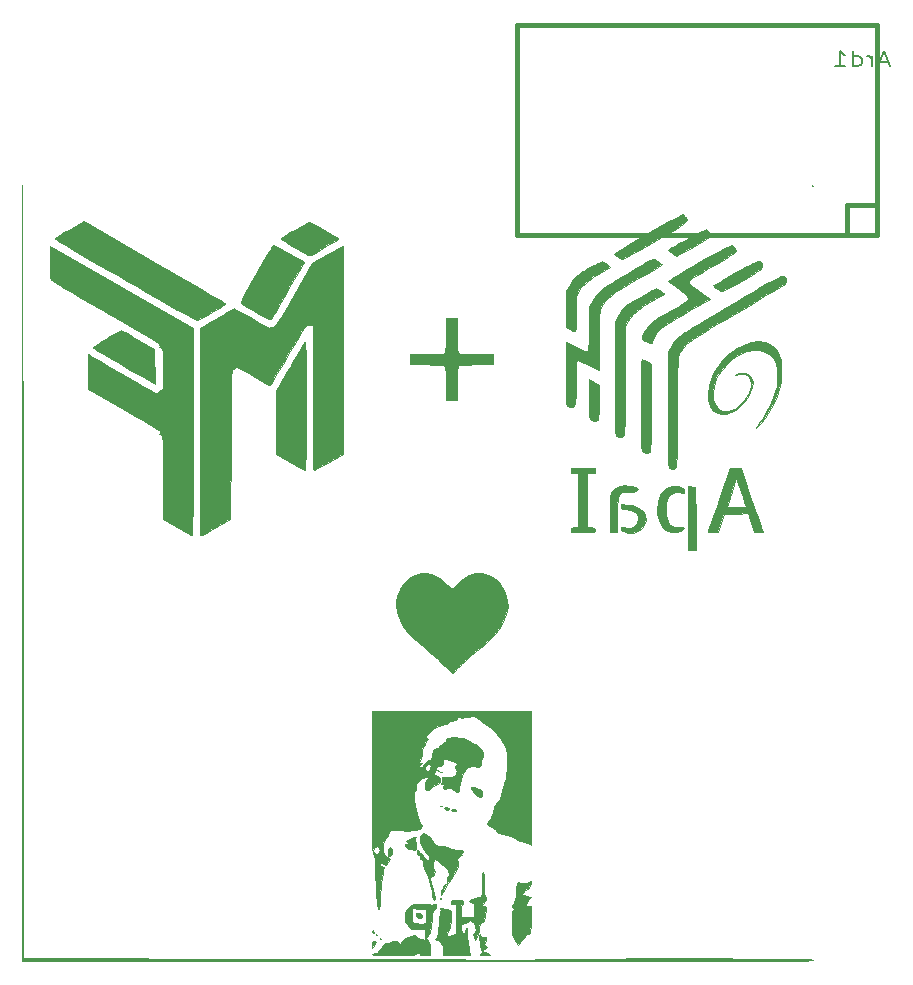
<source format=gbo>
G04 #@! TF.GenerationSoftware,KiCad,Pcbnew,(5.1.0)-1*
G04 #@! TF.CreationDate,2019-03-23T01:01:18+01:00*
G04 #@! TF.ProjectId,Schematic2,53636865-6d61-4746-9963-322e6b696361,rev?*
G04 #@! TF.SameCoordinates,Original*
G04 #@! TF.FileFunction,Legend,Bot*
G04 #@! TF.FilePolarity,Positive*
%FSLAX46Y46*%
G04 Gerber Fmt 4.6, Leading zero omitted, Abs format (unit mm)*
G04 Created by KiCad (PCBNEW (5.1.0)-1) date 2019-03-23 01:01:18*
%MOMM*%
%LPD*%
G04 APERTURE LIST*
%ADD10C,0.010000*%
%ADD11C,0.381000*%
%ADD12C,0.203200*%
G04 APERTURE END LIST*
D10*
G36*
X86887687Y-123780447D02*
G01*
X86826720Y-123935051D01*
X86895216Y-124089467D01*
X87063088Y-124186783D01*
X87106557Y-124194457D01*
X87275459Y-124190663D01*
X87334301Y-124096742D01*
X87338667Y-124013832D01*
X87274107Y-123846851D01*
X87124692Y-123743153D01*
X86956820Y-123737101D01*
X86887687Y-123780447D01*
X86887687Y-123780447D01*
G37*
X86887687Y-123780447D02*
X86826720Y-123935051D01*
X86895216Y-124089467D01*
X87063088Y-124186783D01*
X87106557Y-124194457D01*
X87275459Y-124190663D01*
X87334301Y-124096742D01*
X87338667Y-124013832D01*
X87274107Y-123846851D01*
X87124692Y-123743153D01*
X86956820Y-123737101D01*
X86887687Y-123780447D01*
G36*
X120358667Y-62191667D02*
G01*
X120401000Y-62234000D01*
X120443333Y-62191667D01*
X120401000Y-62149334D01*
X120358667Y-62191667D01*
X120358667Y-62191667D01*
G37*
X120358667Y-62191667D02*
X120401000Y-62234000D01*
X120443333Y-62191667D01*
X120401000Y-62149334D01*
X120358667Y-62191667D01*
G36*
X76623329Y-65882442D02*
G01*
X76220057Y-66116739D01*
X75868651Y-66323586D01*
X75595288Y-66487363D01*
X75426143Y-66592450D01*
X75384839Y-66621523D01*
X75436882Y-66676857D01*
X75608119Y-66797674D01*
X75869891Y-66966913D01*
X76193540Y-67167511D01*
X76550407Y-67382406D01*
X76911836Y-67594536D01*
X77249167Y-67786839D01*
X77533743Y-67942252D01*
X77736906Y-68043712D01*
X77825805Y-68074817D01*
X77921212Y-68033765D01*
X78134326Y-67921706D01*
X78437173Y-67753950D01*
X78801780Y-67545811D01*
X78956667Y-67455834D01*
X79347964Y-67227678D01*
X79697437Y-67024397D01*
X79973894Y-66864098D01*
X80146145Y-66764887D01*
X80175794Y-66748085D01*
X80234037Y-66697398D01*
X80217219Y-66633105D01*
X80105754Y-66537091D01*
X79880053Y-66391238D01*
X79625461Y-66239089D01*
X79233341Y-66010037D01*
X78816700Y-65769873D01*
X78449351Y-65561064D01*
X78358996Y-65510440D01*
X77803659Y-65200837D01*
X76623329Y-65882442D01*
X76623329Y-65882442D01*
G37*
X76623329Y-65882442D02*
X76220057Y-66116739D01*
X75868651Y-66323586D01*
X75595288Y-66487363D01*
X75426143Y-66592450D01*
X75384839Y-66621523D01*
X75436882Y-66676857D01*
X75608119Y-66797674D01*
X75869891Y-66966913D01*
X76193540Y-67167511D01*
X76550407Y-67382406D01*
X76911836Y-67594536D01*
X77249167Y-67786839D01*
X77533743Y-67942252D01*
X77736906Y-68043712D01*
X77825805Y-68074817D01*
X77921212Y-68033765D01*
X78134326Y-67921706D01*
X78437173Y-67753950D01*
X78801780Y-67545811D01*
X78956667Y-67455834D01*
X79347964Y-67227678D01*
X79697437Y-67024397D01*
X79973894Y-66864098D01*
X80146145Y-66764887D01*
X80175794Y-66748085D01*
X80234037Y-66697398D01*
X80217219Y-66633105D01*
X80105754Y-66537091D01*
X79880053Y-66391238D01*
X79625461Y-66239089D01*
X79233341Y-66010037D01*
X78816700Y-65769873D01*
X78449351Y-65561064D01*
X78358996Y-65510440D01*
X77803659Y-65200837D01*
X76623329Y-65882442D01*
G36*
X111292230Y-65913280D02*
G01*
X111061994Y-66019192D01*
X110740408Y-66177512D01*
X110355818Y-66373350D01*
X109936575Y-66591816D01*
X109511027Y-66818017D01*
X109107523Y-67037065D01*
X108754412Y-67234067D01*
X108480044Y-67394134D01*
X108337623Y-67484670D01*
X108236304Y-67562818D01*
X108221497Y-67630050D01*
X108310208Y-67722750D01*
X108519440Y-67877304D01*
X108521974Y-67879124D01*
X108892535Y-68145240D01*
X110280808Y-67352660D01*
X110722115Y-67095992D01*
X111113748Y-66859274D01*
X111431139Y-66658082D01*
X111649717Y-66507990D01*
X111744913Y-66424574D01*
X111744962Y-66424488D01*
X111758213Y-66251541D01*
X111669520Y-66058061D01*
X111521246Y-65912112D01*
X111402765Y-65874667D01*
X111292230Y-65913280D01*
X111292230Y-65913280D01*
G37*
X111292230Y-65913280D02*
X111061994Y-66019192D01*
X110740408Y-66177512D01*
X110355818Y-66373350D01*
X109936575Y-66591816D01*
X109511027Y-66818017D01*
X109107523Y-67037065D01*
X108754412Y-67234067D01*
X108480044Y-67394134D01*
X108337623Y-67484670D01*
X108236304Y-67562818D01*
X108221497Y-67630050D01*
X108310208Y-67722750D01*
X108519440Y-67877304D01*
X108521974Y-67879124D01*
X108892535Y-68145240D01*
X110280808Y-67352660D01*
X110722115Y-67095992D01*
X111113748Y-66859274D01*
X111431139Y-66658082D01*
X111649717Y-66507990D01*
X111744913Y-66424574D01*
X111744962Y-66424488D01*
X111758213Y-66251541D01*
X111669520Y-66058061D01*
X111521246Y-65912112D01*
X111402765Y-65874667D01*
X111292230Y-65913280D01*
G36*
X108822126Y-64911408D02*
G01*
X108285012Y-65190278D01*
X107643101Y-65538061D01*
X106934688Y-65933123D01*
X106198066Y-66353831D01*
X105471531Y-66778550D01*
X104793375Y-67185646D01*
X104754824Y-67209184D01*
X103586648Y-67923179D01*
X103908157Y-68166568D01*
X104114764Y-68309237D01*
X104271967Y-68393417D01*
X104314333Y-68403558D01*
X104404701Y-68361085D01*
X104624536Y-68243035D01*
X104956909Y-68058925D01*
X105384892Y-67818275D01*
X105891553Y-67530603D01*
X106459964Y-67205428D01*
X107066000Y-66856425D01*
X107796994Y-66433111D01*
X108392465Y-66084211D01*
X108863994Y-65800270D01*
X109223160Y-65571830D01*
X109481545Y-65389434D01*
X109650727Y-65243626D01*
X109742288Y-65124949D01*
X109767807Y-65023945D01*
X109738866Y-64931158D01*
X109667043Y-64837131D01*
X109610499Y-64778499D01*
X109435251Y-64603251D01*
X108822126Y-64911408D01*
X108822126Y-64911408D01*
G37*
X108822126Y-64911408D02*
X108285012Y-65190278D01*
X107643101Y-65538061D01*
X106934688Y-65933123D01*
X106198066Y-66353831D01*
X105471531Y-66778550D01*
X104793375Y-67185646D01*
X104754824Y-67209184D01*
X103586648Y-67923179D01*
X103908157Y-68166568D01*
X104114764Y-68309237D01*
X104271967Y-68393417D01*
X104314333Y-68403558D01*
X104404701Y-68361085D01*
X104624536Y-68243035D01*
X104956909Y-68058925D01*
X105384892Y-67818275D01*
X105891553Y-67530603D01*
X106459964Y-67205428D01*
X107066000Y-66856425D01*
X107796994Y-66433111D01*
X108392465Y-66084211D01*
X108863994Y-65800270D01*
X109223160Y-65571830D01*
X109481545Y-65389434D01*
X109650727Y-65243626D01*
X109742288Y-65124949D01*
X109767807Y-65023945D01*
X109738866Y-64931158D01*
X109667043Y-64837131D01*
X109610499Y-64778499D01*
X109435251Y-64603251D01*
X108822126Y-64911408D01*
G36*
X115650738Y-68605788D02*
G01*
X115374147Y-68727403D01*
X115136878Y-68848337D01*
X114726287Y-69067033D01*
X114274898Y-69312401D01*
X113807095Y-69570631D01*
X113347261Y-69827913D01*
X112919779Y-70070435D01*
X112549032Y-70284387D01*
X112259403Y-70455959D01*
X112075275Y-70571341D01*
X112020614Y-70613389D01*
X112059097Y-70692833D01*
X112199004Y-70816236D01*
X112391181Y-70950089D01*
X112586479Y-71060886D01*
X112735744Y-71115118D01*
X112758018Y-71116096D01*
X112860932Y-71073004D01*
X113086524Y-70957197D01*
X113411303Y-70781444D01*
X113811778Y-70558517D01*
X114264455Y-70301186D01*
X114389667Y-70229144D01*
X114856875Y-69955424D01*
X115280007Y-69699546D01*
X115634586Y-69476951D01*
X115896138Y-69303084D01*
X116040188Y-69193387D01*
X116053988Y-69179025D01*
X116149737Y-68952929D01*
X116103938Y-68729544D01*
X115951803Y-68581754D01*
X115833447Y-68560458D01*
X115650738Y-68605788D01*
X115650738Y-68605788D01*
G37*
X115650738Y-68605788D02*
X115374147Y-68727403D01*
X115136878Y-68848337D01*
X114726287Y-69067033D01*
X114274898Y-69312401D01*
X113807095Y-69570631D01*
X113347261Y-69827913D01*
X112919779Y-70070435D01*
X112549032Y-70284387D01*
X112259403Y-70455959D01*
X112075275Y-70571341D01*
X112020614Y-70613389D01*
X112059097Y-70692833D01*
X112199004Y-70816236D01*
X112391181Y-70950089D01*
X112586479Y-71060886D01*
X112735744Y-71115118D01*
X112758018Y-71116096D01*
X112860932Y-71073004D01*
X113086524Y-70957197D01*
X113411303Y-70781444D01*
X113811778Y-70558517D01*
X114264455Y-70301186D01*
X114389667Y-70229144D01*
X114856875Y-69955424D01*
X115280007Y-69699546D01*
X115634586Y-69476951D01*
X115896138Y-69303084D01*
X116040188Y-69193387D01*
X116053988Y-69179025D01*
X116149737Y-68952929D01*
X116103938Y-68729544D01*
X115951803Y-68581754D01*
X115833447Y-68560458D01*
X115650738Y-68605788D01*
G36*
X74722871Y-67198467D02*
G01*
X74664721Y-67287254D01*
X74532839Y-67504826D01*
X74337850Y-67833142D01*
X74090377Y-68254161D01*
X73801044Y-68749842D01*
X73480475Y-69302144D01*
X73287477Y-69636015D01*
X72899305Y-70311755D01*
X72591492Y-70855820D01*
X72357175Y-71281677D01*
X72189493Y-71602793D01*
X72081583Y-71832635D01*
X72026582Y-71984669D01*
X72017628Y-72072363D01*
X72031872Y-72100040D01*
X72146846Y-72180887D01*
X72372172Y-72321201D01*
X72677082Y-72503387D01*
X73030805Y-72709851D01*
X73402572Y-72922998D01*
X73761613Y-73125234D01*
X74077159Y-73298964D01*
X74318439Y-73426595D01*
X74454684Y-73490531D01*
X74470844Y-73494667D01*
X74546184Y-73426480D01*
X74677777Y-73245757D01*
X74840124Y-72988253D01*
X74878412Y-72923167D01*
X75271150Y-72246141D01*
X75655568Y-71582089D01*
X76022490Y-70946979D01*
X76362738Y-70356779D01*
X76667132Y-69827457D01*
X76926495Y-69374981D01*
X77131649Y-69015320D01*
X77273417Y-68764441D01*
X77342619Y-68638312D01*
X77348000Y-68626533D01*
X77277962Y-68564370D01*
X77087326Y-68441867D01*
X76805309Y-68274917D01*
X76461127Y-68079414D01*
X76083997Y-67871251D01*
X75703136Y-67666324D01*
X75347760Y-67480524D01*
X75047085Y-67329747D01*
X74830330Y-67229886D01*
X74726710Y-67196834D01*
X74722871Y-67198467D01*
X74722871Y-67198467D01*
G37*
X74722871Y-67198467D02*
X74664721Y-67287254D01*
X74532839Y-67504826D01*
X74337850Y-67833142D01*
X74090377Y-68254161D01*
X73801044Y-68749842D01*
X73480475Y-69302144D01*
X73287477Y-69636015D01*
X72899305Y-70311755D01*
X72591492Y-70855820D01*
X72357175Y-71281677D01*
X72189493Y-71602793D01*
X72081583Y-71832635D01*
X72026582Y-71984669D01*
X72017628Y-72072363D01*
X72031872Y-72100040D01*
X72146846Y-72180887D01*
X72372172Y-72321201D01*
X72677082Y-72503387D01*
X73030805Y-72709851D01*
X73402572Y-72922998D01*
X73761613Y-73125234D01*
X74077159Y-73298964D01*
X74318439Y-73426595D01*
X74454684Y-73490531D01*
X74470844Y-73494667D01*
X74546184Y-73426480D01*
X74677777Y-73245757D01*
X74840124Y-72988253D01*
X74878412Y-72923167D01*
X75271150Y-72246141D01*
X75655568Y-71582089D01*
X76022490Y-70946979D01*
X76362738Y-70356779D01*
X76667132Y-69827457D01*
X76926495Y-69374981D01*
X77131649Y-69015320D01*
X77273417Y-68764441D01*
X77342619Y-68638312D01*
X77348000Y-68626533D01*
X77277962Y-68564370D01*
X77087326Y-68441867D01*
X76805309Y-68274917D01*
X76461127Y-68079414D01*
X76083997Y-67871251D01*
X75703136Y-67666324D01*
X75347760Y-67480524D01*
X75047085Y-67329747D01*
X74830330Y-67229886D01*
X74726710Y-67196834D01*
X74722871Y-67198467D01*
G36*
X57490041Y-65893588D02*
G01*
X57084218Y-66129515D01*
X56735296Y-66338139D01*
X56467573Y-66504458D01*
X56305349Y-66613473D01*
X56267509Y-66648203D01*
X56338585Y-66700315D01*
X56543600Y-66828422D01*
X56869259Y-67024875D01*
X57302266Y-67282024D01*
X57829328Y-67592221D01*
X58437151Y-67947817D01*
X59112438Y-68341162D01*
X59841897Y-68764608D01*
X60612232Y-69210505D01*
X61410149Y-69671205D01*
X62222353Y-70139058D01*
X63035550Y-70606415D01*
X63836445Y-71065627D01*
X64611745Y-71509045D01*
X65348153Y-71929019D01*
X66032376Y-72317902D01*
X66651120Y-72668044D01*
X67191089Y-72971795D01*
X67638989Y-73221507D01*
X67981526Y-73409530D01*
X68205405Y-73528216D01*
X68297332Y-73569915D01*
X68297818Y-73569906D01*
X68408216Y-73525715D01*
X68636442Y-73409823D01*
X68954797Y-73237111D01*
X69335584Y-73022461D01*
X69583400Y-72879206D01*
X69973332Y-72645547D01*
X70299582Y-72438164D01*
X70539201Y-72272627D01*
X70669239Y-72164511D01*
X70684067Y-72132342D01*
X70601970Y-72080784D01*
X70384229Y-71951109D01*
X70041910Y-71749754D01*
X69586078Y-71483159D01*
X69027800Y-71157761D01*
X68378143Y-70780000D01*
X67648171Y-70356313D01*
X66848953Y-69893140D01*
X65991553Y-69396918D01*
X65087038Y-68874087D01*
X64664032Y-68629796D01*
X58711064Y-65192842D01*
X57490041Y-65893588D01*
X57490041Y-65893588D01*
G37*
X57490041Y-65893588D02*
X57084218Y-66129515D01*
X56735296Y-66338139D01*
X56467573Y-66504458D01*
X56305349Y-66613473D01*
X56267509Y-66648203D01*
X56338585Y-66700315D01*
X56543600Y-66828422D01*
X56869259Y-67024875D01*
X57302266Y-67282024D01*
X57829328Y-67592221D01*
X58437151Y-67947817D01*
X59112438Y-68341162D01*
X59841897Y-68764608D01*
X60612232Y-69210505D01*
X61410149Y-69671205D01*
X62222353Y-70139058D01*
X63035550Y-70606415D01*
X63836445Y-71065627D01*
X64611745Y-71509045D01*
X65348153Y-71929019D01*
X66032376Y-72317902D01*
X66651120Y-72668044D01*
X67191089Y-72971795D01*
X67638989Y-73221507D01*
X67981526Y-73409530D01*
X68205405Y-73528216D01*
X68297332Y-73569915D01*
X68297818Y-73569906D01*
X68408216Y-73525715D01*
X68636442Y-73409823D01*
X68954797Y-73237111D01*
X69335584Y-73022461D01*
X69583400Y-72879206D01*
X69973332Y-72645547D01*
X70299582Y-72438164D01*
X70539201Y-72272627D01*
X70669239Y-72164511D01*
X70684067Y-72132342D01*
X70601970Y-72080784D01*
X70384229Y-71951109D01*
X70041910Y-71749754D01*
X69586078Y-71483159D01*
X69027800Y-71157761D01*
X68378143Y-70780000D01*
X67648171Y-70356313D01*
X66848953Y-69893140D01*
X65991553Y-69396918D01*
X65087038Y-68874087D01*
X64664032Y-68629796D01*
X58711064Y-65192842D01*
X57490041Y-65893588D01*
G36*
X102471197Y-68623111D02*
G01*
X102250693Y-68726535D01*
X101971632Y-68873410D01*
X101919903Y-68902106D01*
X101591005Y-69084411D01*
X101272026Y-69258569D01*
X101031158Y-69387354D01*
X101028125Y-69388939D01*
X100542571Y-69698147D01*
X100165647Y-70077588D01*
X99863347Y-70546152D01*
X99573000Y-71081667D01*
X99545180Y-72621718D01*
X99517360Y-74161770D01*
X99859307Y-74336218D01*
X100084819Y-74442004D01*
X100251994Y-74503955D01*
X100289294Y-74510667D01*
X100325156Y-74426811D01*
X100351880Y-74178023D01*
X100369221Y-73768468D01*
X100376933Y-73202314D01*
X100377333Y-73013398D01*
X100379323Y-72459088D01*
X100387057Y-72044873D01*
X100403186Y-71741547D01*
X100430359Y-71519900D01*
X100471225Y-71350723D01*
X100528433Y-71204808D01*
X100544463Y-71170886D01*
X100837516Y-70731301D01*
X101294052Y-70281487D01*
X101908875Y-69826064D01*
X102393491Y-69527740D01*
X103266649Y-69024073D01*
X102978166Y-68804037D01*
X102776946Y-68667265D01*
X102621120Y-68590232D01*
X102589245Y-68584000D01*
X102471197Y-68623111D01*
X102471197Y-68623111D01*
G37*
X102471197Y-68623111D02*
X102250693Y-68726535D01*
X101971632Y-68873410D01*
X101919903Y-68902106D01*
X101591005Y-69084411D01*
X101272026Y-69258569D01*
X101031158Y-69387354D01*
X101028125Y-69388939D01*
X100542571Y-69698147D01*
X100165647Y-70077588D01*
X99863347Y-70546152D01*
X99573000Y-71081667D01*
X99545180Y-72621718D01*
X99517360Y-74161770D01*
X99859307Y-74336218D01*
X100084819Y-74442004D01*
X100251994Y-74503955D01*
X100289294Y-74510667D01*
X100325156Y-74426811D01*
X100351880Y-74178023D01*
X100369221Y-73768468D01*
X100376933Y-73202314D01*
X100377333Y-73013398D01*
X100379323Y-72459088D01*
X100387057Y-72044873D01*
X100403186Y-71741547D01*
X100430359Y-71519900D01*
X100471225Y-71350723D01*
X100528433Y-71204808D01*
X100544463Y-71170886D01*
X100837516Y-70731301D01*
X101294052Y-70281487D01*
X101908875Y-69826064D01*
X102393491Y-69527740D01*
X103266649Y-69024073D01*
X102978166Y-68804037D01*
X102776946Y-68667265D01*
X102621120Y-68590232D01*
X102589245Y-68584000D01*
X102471197Y-68623111D01*
G36*
X113421679Y-67269247D02*
G01*
X113167543Y-67381454D01*
X112816123Y-67554654D01*
X112387287Y-67777547D01*
X111900901Y-68038833D01*
X111376834Y-68327213D01*
X110834953Y-68631385D01*
X110295126Y-68940051D01*
X109777220Y-69241909D01*
X109301104Y-69525660D01*
X108886644Y-69780003D01*
X108553709Y-69993640D01*
X108322166Y-70155268D01*
X108211882Y-70253589D01*
X108206585Y-70273425D01*
X108289639Y-70348538D01*
X108482425Y-70499123D01*
X108756139Y-70703273D01*
X109079378Y-70937225D01*
X109506098Y-71256884D01*
X109783011Y-71499680D01*
X109910849Y-71666278D01*
X109920305Y-71702303D01*
X109899419Y-71779447D01*
X109814320Y-71875643D01*
X109647543Y-72003013D01*
X109381623Y-72173677D01*
X108999093Y-72399757D01*
X108534080Y-72664344D01*
X107913619Y-73019464D01*
X107424929Y-73314613D01*
X107048129Y-73565155D01*
X106763336Y-73786453D01*
X106550667Y-73993867D01*
X106390242Y-74202762D01*
X106269247Y-74414329D01*
X106103606Y-74754701D01*
X106018582Y-74981203D01*
X106015193Y-75129425D01*
X106094462Y-75234957D01*
X106257409Y-75333391D01*
X106296187Y-75353347D01*
X106557884Y-75477541D01*
X106711879Y-75512424D01*
X106796709Y-75454055D01*
X106850911Y-75298492D01*
X106851399Y-75296550D01*
X106977683Y-75007148D01*
X107207830Y-74669064D01*
X107506413Y-74329908D01*
X107714952Y-74136064D01*
X107878753Y-74016900D01*
X108165350Y-73829761D01*
X108550055Y-73589869D01*
X109008180Y-73312450D01*
X109515037Y-73012726D01*
X109879906Y-72801082D01*
X111720145Y-71742297D01*
X110831375Y-71115648D01*
X110454843Y-70844842D01*
X110200388Y-70646142D01*
X110047595Y-70500173D01*
X109976048Y-70387557D01*
X109964803Y-70293215D01*
X109996355Y-70218156D01*
X110085638Y-70122611D01*
X110247782Y-69996500D01*
X110497918Y-69829740D01*
X110851175Y-69612251D01*
X111322685Y-69333950D01*
X111927576Y-68984757D01*
X111934333Y-68980882D01*
X112544345Y-68628637D01*
X113020383Y-68347350D01*
X113377284Y-68127166D01*
X113629881Y-67958235D01*
X113793010Y-67830703D01*
X113881505Y-67734719D01*
X113909333Y-67669173D01*
X113876106Y-67426854D01*
X113723309Y-67267771D01*
X113558663Y-67229334D01*
X113421679Y-67269247D01*
X113421679Y-67269247D01*
G37*
X113421679Y-67269247D02*
X113167543Y-67381454D01*
X112816123Y-67554654D01*
X112387287Y-67777547D01*
X111900901Y-68038833D01*
X111376834Y-68327213D01*
X110834953Y-68631385D01*
X110295126Y-68940051D01*
X109777220Y-69241909D01*
X109301104Y-69525660D01*
X108886644Y-69780003D01*
X108553709Y-69993640D01*
X108322166Y-70155268D01*
X108211882Y-70253589D01*
X108206585Y-70273425D01*
X108289639Y-70348538D01*
X108482425Y-70499123D01*
X108756139Y-70703273D01*
X109079378Y-70937225D01*
X109506098Y-71256884D01*
X109783011Y-71499680D01*
X109910849Y-71666278D01*
X109920305Y-71702303D01*
X109899419Y-71779447D01*
X109814320Y-71875643D01*
X109647543Y-72003013D01*
X109381623Y-72173677D01*
X108999093Y-72399757D01*
X108534080Y-72664344D01*
X107913619Y-73019464D01*
X107424929Y-73314613D01*
X107048129Y-73565155D01*
X106763336Y-73786453D01*
X106550667Y-73993867D01*
X106390242Y-74202762D01*
X106269247Y-74414329D01*
X106103606Y-74754701D01*
X106018582Y-74981203D01*
X106015193Y-75129425D01*
X106094462Y-75234957D01*
X106257409Y-75333391D01*
X106296187Y-75353347D01*
X106557884Y-75477541D01*
X106711879Y-75512424D01*
X106796709Y-75454055D01*
X106850911Y-75298492D01*
X106851399Y-75296550D01*
X106977683Y-75007148D01*
X107207830Y-74669064D01*
X107506413Y-74329908D01*
X107714952Y-74136064D01*
X107878753Y-74016900D01*
X108165350Y-73829761D01*
X108550055Y-73589869D01*
X109008180Y-73312450D01*
X109515037Y-73012726D01*
X109879906Y-72801082D01*
X111720145Y-71742297D01*
X110831375Y-71115648D01*
X110454843Y-70844842D01*
X110200388Y-70646142D01*
X110047595Y-70500173D01*
X109976048Y-70387557D01*
X109964803Y-70293215D01*
X109996355Y-70218156D01*
X110085638Y-70122611D01*
X110247782Y-69996500D01*
X110497918Y-69829740D01*
X110851175Y-69612251D01*
X111322685Y-69333950D01*
X111927576Y-68984757D01*
X111934333Y-68980882D01*
X112544345Y-68628637D01*
X113020383Y-68347350D01*
X113377284Y-68127166D01*
X113629881Y-67958235D01*
X113793010Y-67830703D01*
X113881505Y-67734719D01*
X113909333Y-67669173D01*
X113876106Y-67426854D01*
X113723309Y-67267771D01*
X113558663Y-67229334D01*
X113421679Y-67269247D01*
G36*
X61795704Y-74466910D02*
G01*
X61580913Y-74575205D01*
X61288343Y-74735515D01*
X60946639Y-74930783D01*
X60584448Y-75143951D01*
X60230416Y-75357962D01*
X59913187Y-75555757D01*
X59661407Y-75720280D01*
X59503722Y-75834472D01*
X59465535Y-75879774D01*
X59549498Y-75933532D01*
X59759494Y-76059510D01*
X60074690Y-76245637D01*
X60474258Y-76479842D01*
X60937364Y-76750053D01*
X61443179Y-77044201D01*
X61970871Y-77350214D01*
X62499609Y-77656021D01*
X63008563Y-77949551D01*
X63476901Y-78218733D01*
X63883792Y-78451496D01*
X64208405Y-78635770D01*
X64429910Y-78759483D01*
X64501847Y-78798170D01*
X64736693Y-78919764D01*
X64690333Y-76002988D01*
X63335667Y-75216183D01*
X62902590Y-74966871D01*
X62518401Y-74749912D01*
X62207529Y-74578760D01*
X61994404Y-74466872D01*
X61904072Y-74427689D01*
X61795704Y-74466910D01*
X61795704Y-74466910D01*
G37*
X61795704Y-74466910D02*
X61580913Y-74575205D01*
X61288343Y-74735515D01*
X60946639Y-74930783D01*
X60584448Y-75143951D01*
X60230416Y-75357962D01*
X59913187Y-75555757D01*
X59661407Y-75720280D01*
X59503722Y-75834472D01*
X59465535Y-75879774D01*
X59549498Y-75933532D01*
X59759494Y-76059510D01*
X60074690Y-76245637D01*
X60474258Y-76479842D01*
X60937364Y-76750053D01*
X61443179Y-77044201D01*
X61970871Y-77350214D01*
X62499609Y-77656021D01*
X63008563Y-77949551D01*
X63476901Y-78218733D01*
X63883792Y-78451496D01*
X64208405Y-78635770D01*
X64429910Y-78759483D01*
X64501847Y-78798170D01*
X64736693Y-78919764D01*
X64690333Y-76002988D01*
X63335667Y-75216183D01*
X62902590Y-74966871D01*
X62518401Y-74749912D01*
X62207529Y-74578760D01*
X61994404Y-74466872D01*
X61904072Y-74427689D01*
X61795704Y-74466910D01*
G36*
X89370667Y-74813048D02*
G01*
X89367552Y-75362614D01*
X89357007Y-75765610D01*
X89337234Y-76044705D01*
X89306432Y-76222570D01*
X89262804Y-76321873D01*
X89249714Y-76337048D01*
X89166472Y-76384156D01*
X89010321Y-76417988D01*
X88758594Y-76440343D01*
X88388620Y-76453021D01*
X87877729Y-76457820D01*
X87725714Y-76458000D01*
X86322667Y-76458000D01*
X86322667Y-77304667D01*
X87725714Y-77304667D01*
X88275280Y-77307782D01*
X88678276Y-77318327D01*
X88957372Y-77338100D01*
X89135237Y-77368901D01*
X89234540Y-77412530D01*
X89249714Y-77425619D01*
X89296822Y-77508862D01*
X89330654Y-77665012D01*
X89353010Y-77916740D01*
X89365688Y-78286714D01*
X89370487Y-78797605D01*
X89370667Y-78949619D01*
X89370667Y-80352667D01*
X90302000Y-80352667D01*
X90302000Y-78949619D01*
X90305115Y-78400053D01*
X90315660Y-77997057D01*
X90335433Y-77717962D01*
X90366235Y-77540097D01*
X90409863Y-77440794D01*
X90422953Y-77425619D01*
X90506195Y-77378511D01*
X90662346Y-77344679D01*
X90914073Y-77322324D01*
X91284047Y-77309646D01*
X91794938Y-77304847D01*
X91946953Y-77304667D01*
X93350000Y-77304667D01*
X93350000Y-76458000D01*
X91946953Y-76458000D01*
X91397387Y-76454885D01*
X90994391Y-76444340D01*
X90715295Y-76424567D01*
X90537430Y-76393766D01*
X90438127Y-76350137D01*
X90422953Y-76337048D01*
X90375845Y-76253805D01*
X90342013Y-76097655D01*
X90319657Y-75845927D01*
X90306979Y-75475953D01*
X90302180Y-74965062D01*
X90302000Y-74813048D01*
X90302000Y-73410000D01*
X89370667Y-73410000D01*
X89370667Y-74813048D01*
X89370667Y-74813048D01*
G37*
X89370667Y-74813048D02*
X89367552Y-75362614D01*
X89357007Y-75765610D01*
X89337234Y-76044705D01*
X89306432Y-76222570D01*
X89262804Y-76321873D01*
X89249714Y-76337048D01*
X89166472Y-76384156D01*
X89010321Y-76417988D01*
X88758594Y-76440343D01*
X88388620Y-76453021D01*
X87877729Y-76457820D01*
X87725714Y-76458000D01*
X86322667Y-76458000D01*
X86322667Y-77304667D01*
X87725714Y-77304667D01*
X88275280Y-77307782D01*
X88678276Y-77318327D01*
X88957372Y-77338100D01*
X89135237Y-77368901D01*
X89234540Y-77412530D01*
X89249714Y-77425619D01*
X89296822Y-77508862D01*
X89330654Y-77665012D01*
X89353010Y-77916740D01*
X89365688Y-78286714D01*
X89370487Y-78797605D01*
X89370667Y-78949619D01*
X89370667Y-80352667D01*
X90302000Y-80352667D01*
X90302000Y-78949619D01*
X90305115Y-78400053D01*
X90315660Y-77997057D01*
X90335433Y-77717962D01*
X90366235Y-77540097D01*
X90409863Y-77440794D01*
X90422953Y-77425619D01*
X90506195Y-77378511D01*
X90662346Y-77344679D01*
X90914073Y-77322324D01*
X91284047Y-77309646D01*
X91794938Y-77304847D01*
X91946953Y-77304667D01*
X93350000Y-77304667D01*
X93350000Y-76458000D01*
X91946953Y-76458000D01*
X91397387Y-76454885D01*
X90994391Y-76444340D01*
X90715295Y-76424567D01*
X90537430Y-76393766D01*
X90438127Y-76350137D01*
X90422953Y-76337048D01*
X90375845Y-76253805D01*
X90342013Y-76097655D01*
X90319657Y-75845927D01*
X90306979Y-75475953D01*
X90302180Y-74965062D01*
X90302000Y-74813048D01*
X90302000Y-73410000D01*
X89370667Y-73410000D01*
X89370667Y-74813048D01*
G36*
X106879908Y-68380265D02*
G01*
X106670399Y-68490720D01*
X106358335Y-68665466D01*
X105964746Y-68892604D01*
X105510663Y-69160235D01*
X105230162Y-69327946D01*
X104724337Y-69629964D01*
X104242520Y-69914037D01*
X103811893Y-70164417D01*
X103459639Y-70365354D01*
X103212940Y-70501100D01*
X103144662Y-70536205D01*
X102576505Y-70885203D01*
X102136451Y-71322334D01*
X101799697Y-71865306D01*
X101521615Y-72430170D01*
X101490077Y-74248196D01*
X101474290Y-74936883D01*
X101453309Y-75464908D01*
X101426537Y-75840881D01*
X101393376Y-76073411D01*
X101356697Y-76168065D01*
X101276656Y-76196864D01*
X101130284Y-76168005D01*
X100893757Y-76073058D01*
X100543248Y-75903589D01*
X100392761Y-75826922D01*
X99530667Y-75383936D01*
X99530667Y-78031587D01*
X99531591Y-78783677D01*
X99534931Y-79384223D01*
X99541537Y-79851006D01*
X99552260Y-80201810D01*
X99567952Y-80454415D01*
X99589462Y-80626604D01*
X99617642Y-80736159D01*
X99653342Y-80800862D01*
X99663714Y-80812286D01*
X99880813Y-80933975D01*
X100099743Y-80894919D01*
X100245533Y-80757161D01*
X100291337Y-80665258D01*
X100325546Y-80523280D01*
X100349697Y-80308617D01*
X100365331Y-79998654D01*
X100373986Y-79570780D01*
X100377199Y-79002382D01*
X100377333Y-78820195D01*
X100380267Y-78182820D01*
X100389683Y-77698709D01*
X100406508Y-77351884D01*
X100431667Y-77126368D01*
X100466086Y-77006182D01*
X100483740Y-76983092D01*
X100583182Y-76966629D01*
X100774493Y-77020348D01*
X101075584Y-77150822D01*
X101457406Y-77340423D01*
X102324667Y-77786064D01*
X102325494Y-75322866D01*
X102326142Y-74611146D01*
X102328536Y-74047406D01*
X102334153Y-73610291D01*
X102344470Y-73278447D01*
X102360961Y-73030520D01*
X102385104Y-72845156D01*
X102418375Y-72701002D01*
X102462249Y-72576702D01*
X102518202Y-72450904D01*
X102525029Y-72436334D01*
X102667344Y-72175510D01*
X102850767Y-71926359D01*
X103091343Y-71676444D01*
X103405122Y-71413332D01*
X103808151Y-71124588D01*
X104316478Y-70797779D01*
X104946152Y-70420468D01*
X105645191Y-70018748D01*
X106172432Y-69718405D01*
X106648024Y-69444686D01*
X107053006Y-69208732D01*
X107368416Y-69021681D01*
X107575295Y-68894673D01*
X107654681Y-68838848D01*
X107654976Y-68838000D01*
X107593198Y-68774765D01*
X107440296Y-68656591D01*
X107247584Y-68520110D01*
X107066375Y-68401958D01*
X106965828Y-68345998D01*
X106879908Y-68380265D01*
X106879908Y-68380265D01*
G37*
X106879908Y-68380265D02*
X106670399Y-68490720D01*
X106358335Y-68665466D01*
X105964746Y-68892604D01*
X105510663Y-69160235D01*
X105230162Y-69327946D01*
X104724337Y-69629964D01*
X104242520Y-69914037D01*
X103811893Y-70164417D01*
X103459639Y-70365354D01*
X103212940Y-70501100D01*
X103144662Y-70536205D01*
X102576505Y-70885203D01*
X102136451Y-71322334D01*
X101799697Y-71865306D01*
X101521615Y-72430170D01*
X101490077Y-74248196D01*
X101474290Y-74936883D01*
X101453309Y-75464908D01*
X101426537Y-75840881D01*
X101393376Y-76073411D01*
X101356697Y-76168065D01*
X101276656Y-76196864D01*
X101130284Y-76168005D01*
X100893757Y-76073058D01*
X100543248Y-75903589D01*
X100392761Y-75826922D01*
X99530667Y-75383936D01*
X99530667Y-78031587D01*
X99531591Y-78783677D01*
X99534931Y-79384223D01*
X99541537Y-79851006D01*
X99552260Y-80201810D01*
X99567952Y-80454415D01*
X99589462Y-80626604D01*
X99617642Y-80736159D01*
X99653342Y-80800862D01*
X99663714Y-80812286D01*
X99880813Y-80933975D01*
X100099743Y-80894919D01*
X100245533Y-80757161D01*
X100291337Y-80665258D01*
X100325546Y-80523280D01*
X100349697Y-80308617D01*
X100365331Y-79998654D01*
X100373986Y-79570780D01*
X100377199Y-79002382D01*
X100377333Y-78820195D01*
X100380267Y-78182820D01*
X100389683Y-77698709D01*
X100406508Y-77351884D01*
X100431667Y-77126368D01*
X100466086Y-77006182D01*
X100483740Y-76983092D01*
X100583182Y-76966629D01*
X100774493Y-77020348D01*
X101075584Y-77150822D01*
X101457406Y-77340423D01*
X102324667Y-77786064D01*
X102325494Y-75322866D01*
X102326142Y-74611146D01*
X102328536Y-74047406D01*
X102334153Y-73610291D01*
X102344470Y-73278447D01*
X102360961Y-73030520D01*
X102385104Y-72845156D01*
X102418375Y-72701002D01*
X102462249Y-72576702D01*
X102518202Y-72450904D01*
X102525029Y-72436334D01*
X102667344Y-72175510D01*
X102850767Y-71926359D01*
X103091343Y-71676444D01*
X103405122Y-71413332D01*
X103808151Y-71124588D01*
X104316478Y-70797779D01*
X104946152Y-70420468D01*
X105645191Y-70018748D01*
X106172432Y-69718405D01*
X106648024Y-69444686D01*
X107053006Y-69208732D01*
X107368416Y-69021681D01*
X107575295Y-68894673D01*
X107654681Y-68838848D01*
X107654976Y-68838000D01*
X107593198Y-68774765D01*
X107440296Y-68656591D01*
X107247584Y-68520110D01*
X107066375Y-68401958D01*
X106965828Y-68345998D01*
X106879908Y-68380265D01*
G36*
X101478000Y-80163068D02*
G01*
X101480353Y-80745392D01*
X101488584Y-81182224D01*
X101504458Y-81497354D01*
X101529735Y-81714572D01*
X101566178Y-81857671D01*
X101609801Y-81942495D01*
X101797406Y-82092186D01*
X102025743Y-82123738D01*
X102223067Y-82029067D01*
X102265039Y-81918878D01*
X102295337Y-81677139D01*
X102314669Y-81292954D01*
X102323742Y-80755430D01*
X102324667Y-80464160D01*
X102324667Y-79000853D01*
X101901333Y-78786334D01*
X101478000Y-78571814D01*
X101478000Y-80163068D01*
X101478000Y-80163068D01*
G37*
X101478000Y-80163068D02*
X101480353Y-80745392D01*
X101488584Y-81182224D01*
X101504458Y-81497354D01*
X101529735Y-81714572D01*
X101566178Y-81857671D01*
X101609801Y-81942495D01*
X101797406Y-82092186D01*
X102025743Y-82123738D01*
X102223067Y-82029067D01*
X102265039Y-81918878D01*
X102295337Y-81677139D01*
X102314669Y-81292954D01*
X102323742Y-80755430D01*
X102324667Y-80464160D01*
X102324667Y-79000853D01*
X101901333Y-78786334D01*
X101478000Y-78571814D01*
X101478000Y-80163068D01*
G36*
X115242216Y-75419260D02*
G01*
X114627438Y-75624522D01*
X114005383Y-75943434D01*
X113397644Y-76369138D01*
X112924239Y-76793974D01*
X112480897Y-77316084D01*
X112114251Y-77905190D01*
X111832782Y-78532050D01*
X111644973Y-79167418D01*
X111559304Y-79782052D01*
X111584257Y-80346706D01*
X111728315Y-80832137D01*
X111743833Y-80863894D01*
X111878547Y-81094416D01*
X112031093Y-81239337D01*
X112262650Y-81348384D01*
X112397432Y-81395202D01*
X112705695Y-81482788D01*
X112944914Y-81503543D01*
X113199025Y-81463231D01*
X113240412Y-81453081D01*
X113746005Y-81245784D01*
X114234000Y-80895753D01*
X114676347Y-80429265D01*
X115044999Y-79872596D01*
X115150197Y-79663961D01*
X115321399Y-79174891D01*
X115343074Y-78754378D01*
X115214181Y-78389586D01*
X115028048Y-78154715D01*
X114790347Y-78023421D01*
X114477493Y-77986866D01*
X114156285Y-78047468D01*
X114008667Y-78117848D01*
X113893112Y-78197543D01*
X113927420Y-78204087D01*
X113966333Y-78192312D01*
X114175555Y-78137314D01*
X114396027Y-78093122D01*
X114687949Y-78116719D01*
X114923917Y-78273620D01*
X115091789Y-78533559D01*
X115179425Y-78866274D01*
X115174685Y-79241501D01*
X115065427Y-79628975D01*
X115037015Y-79690951D01*
X114845928Y-80012501D01*
X114584286Y-80360065D01*
X114292061Y-80688113D01*
X114009225Y-80951110D01*
X113811848Y-81086547D01*
X113567699Y-81168961D01*
X113251982Y-81221168D01*
X113103371Y-81229720D01*
X112812893Y-81218336D01*
X112614696Y-81156733D01*
X112433545Y-81019423D01*
X112406062Y-80993475D01*
X112168340Y-80654170D01*
X112034308Y-80211167D01*
X112004374Y-79694959D01*
X112078949Y-79136037D01*
X112258441Y-78564894D01*
X112370150Y-78318796D01*
X112720713Y-77763316D01*
X113183791Y-77244834D01*
X113724855Y-76789457D01*
X114309377Y-76423290D01*
X114902828Y-76172441D01*
X115337643Y-76075100D01*
X115905382Y-76074510D01*
X116411867Y-76212398D01*
X116835683Y-76476214D01*
X117155417Y-76853407D01*
X117325370Y-77240055D01*
X117401572Y-77644718D01*
X117433886Y-78146916D01*
X117423609Y-78681312D01*
X117372038Y-79182571D01*
X117280471Y-79585358D01*
X117278680Y-79590667D01*
X117071379Y-80129305D01*
X116805201Y-80715840D01*
X116508512Y-81294161D01*
X116209679Y-81808156D01*
X116001155Y-82117758D01*
X115789224Y-82417549D01*
X115673156Y-82606508D01*
X115652881Y-82678104D01*
X115728331Y-82625802D01*
X115899436Y-82443070D01*
X116003309Y-82321688D01*
X116386070Y-81847699D01*
X116685477Y-81428699D01*
X116942005Y-81004176D01*
X117149356Y-80608287D01*
X117424977Y-79993396D01*
X117610329Y-79413980D01*
X117719214Y-78809619D01*
X117765436Y-78119892D01*
X117769088Y-77895627D01*
X117769820Y-77468553D01*
X117758981Y-77163672D01*
X117728247Y-76933873D01*
X117669294Y-76732046D01*
X117573798Y-76511082D01*
X117496180Y-76351107D01*
X117313516Y-76014591D01*
X117138150Y-75786793D01*
X116925921Y-75615107D01*
X116827001Y-75553976D01*
X116363588Y-75377127D01*
X115828130Y-75334509D01*
X115242216Y-75419260D01*
X115242216Y-75419260D01*
G37*
X115242216Y-75419260D02*
X114627438Y-75624522D01*
X114005383Y-75943434D01*
X113397644Y-76369138D01*
X112924239Y-76793974D01*
X112480897Y-77316084D01*
X112114251Y-77905190D01*
X111832782Y-78532050D01*
X111644973Y-79167418D01*
X111559304Y-79782052D01*
X111584257Y-80346706D01*
X111728315Y-80832137D01*
X111743833Y-80863894D01*
X111878547Y-81094416D01*
X112031093Y-81239337D01*
X112262650Y-81348384D01*
X112397432Y-81395202D01*
X112705695Y-81482788D01*
X112944914Y-81503543D01*
X113199025Y-81463231D01*
X113240412Y-81453081D01*
X113746005Y-81245784D01*
X114234000Y-80895753D01*
X114676347Y-80429265D01*
X115044999Y-79872596D01*
X115150197Y-79663961D01*
X115321399Y-79174891D01*
X115343074Y-78754378D01*
X115214181Y-78389586D01*
X115028048Y-78154715D01*
X114790347Y-78023421D01*
X114477493Y-77986866D01*
X114156285Y-78047468D01*
X114008667Y-78117848D01*
X113893112Y-78197543D01*
X113927420Y-78204087D01*
X113966333Y-78192312D01*
X114175555Y-78137314D01*
X114396027Y-78093122D01*
X114687949Y-78116719D01*
X114923917Y-78273620D01*
X115091789Y-78533559D01*
X115179425Y-78866274D01*
X115174685Y-79241501D01*
X115065427Y-79628975D01*
X115037015Y-79690951D01*
X114845928Y-80012501D01*
X114584286Y-80360065D01*
X114292061Y-80688113D01*
X114009225Y-80951110D01*
X113811848Y-81086547D01*
X113567699Y-81168961D01*
X113251982Y-81221168D01*
X113103371Y-81229720D01*
X112812893Y-81218336D01*
X112614696Y-81156733D01*
X112433545Y-81019423D01*
X112406062Y-80993475D01*
X112168340Y-80654170D01*
X112034308Y-80211167D01*
X112004374Y-79694959D01*
X112078949Y-79136037D01*
X112258441Y-78564894D01*
X112370150Y-78318796D01*
X112720713Y-77763316D01*
X113183791Y-77244834D01*
X113724855Y-76789457D01*
X114309377Y-76423290D01*
X114902828Y-76172441D01*
X115337643Y-76075100D01*
X115905382Y-76074510D01*
X116411867Y-76212398D01*
X116835683Y-76476214D01*
X117155417Y-76853407D01*
X117325370Y-77240055D01*
X117401572Y-77644718D01*
X117433886Y-78146916D01*
X117423609Y-78681312D01*
X117372038Y-79182571D01*
X117280471Y-79585358D01*
X117278680Y-79590667D01*
X117071379Y-80129305D01*
X116805201Y-80715840D01*
X116508512Y-81294161D01*
X116209679Y-81808156D01*
X116001155Y-82117758D01*
X115789224Y-82417549D01*
X115673156Y-82606508D01*
X115652881Y-82678104D01*
X115728331Y-82625802D01*
X115899436Y-82443070D01*
X116003309Y-82321688D01*
X116386070Y-81847699D01*
X116685477Y-81428699D01*
X116942005Y-81004176D01*
X117149356Y-80608287D01*
X117424977Y-79993396D01*
X117610329Y-79413980D01*
X117719214Y-78809619D01*
X117765436Y-78119892D01*
X117769088Y-77895627D01*
X117769820Y-77468553D01*
X117758981Y-77163672D01*
X117728247Y-76933873D01*
X117669294Y-76732046D01*
X117573798Y-76511082D01*
X117496180Y-76351107D01*
X117313516Y-76014591D01*
X117138150Y-75786793D01*
X116925921Y-75615107D01*
X116827001Y-75553976D01*
X116363588Y-75377127D01*
X115828130Y-75334509D01*
X115242216Y-75419260D01*
G36*
X107044175Y-70911487D02*
G01*
X106834927Y-71020845D01*
X106568632Y-71175417D01*
X106538325Y-71193828D01*
X106182350Y-71403678D01*
X105767320Y-71637640D01*
X105398604Y-71836809D01*
X104829779Y-72180487D01*
X104399734Y-72551548D01*
X104077930Y-72979322D01*
X103942706Y-73235030D01*
X103721667Y-73706334D01*
X103697197Y-78459483D01*
X103692288Y-79484608D01*
X103689165Y-80353607D01*
X103688130Y-81079680D01*
X103689486Y-81676030D01*
X103693535Y-82155857D01*
X103700578Y-82532361D01*
X103710918Y-82818745D01*
X103724857Y-83028207D01*
X103742697Y-83173951D01*
X103764739Y-83269176D01*
X103791287Y-83327083D01*
X103809078Y-83348983D01*
X104033882Y-83472994D01*
X104271434Y-83440183D01*
X104392953Y-83352286D01*
X104422309Y-83307956D01*
X104447072Y-83229603D01*
X104467622Y-83103836D01*
X104484339Y-82917267D01*
X104497603Y-82656508D01*
X104507796Y-82308169D01*
X104515297Y-81858862D01*
X104520487Y-81295199D01*
X104523747Y-80603789D01*
X104525456Y-79771245D01*
X104525996Y-78784178D01*
X104526000Y-78669910D01*
X104526000Y-74120581D01*
X104744304Y-73682503D01*
X104950104Y-73345331D01*
X105232219Y-73022333D01*
X105611034Y-72696129D01*
X106106936Y-72349339D01*
X106740310Y-71964583D01*
X106799067Y-71930760D01*
X107169358Y-71715289D01*
X107480330Y-71528510D01*
X107705582Y-71386731D01*
X107818717Y-71306262D01*
X107826952Y-71295760D01*
X107760491Y-71222233D01*
X107601322Y-71106818D01*
X107406921Y-70985842D01*
X107234766Y-70895634D01*
X107153345Y-70870000D01*
X107044175Y-70911487D01*
X107044175Y-70911487D01*
G37*
X107044175Y-70911487D02*
X106834927Y-71020845D01*
X106568632Y-71175417D01*
X106538325Y-71193828D01*
X106182350Y-71403678D01*
X105767320Y-71637640D01*
X105398604Y-71836809D01*
X104829779Y-72180487D01*
X104399734Y-72551548D01*
X104077930Y-72979322D01*
X103942706Y-73235030D01*
X103721667Y-73706334D01*
X103697197Y-78459483D01*
X103692288Y-79484608D01*
X103689165Y-80353607D01*
X103688130Y-81079680D01*
X103689486Y-81676030D01*
X103693535Y-82155857D01*
X103700578Y-82532361D01*
X103710918Y-82818745D01*
X103724857Y-83028207D01*
X103742697Y-83173951D01*
X103764739Y-83269176D01*
X103791287Y-83327083D01*
X103809078Y-83348983D01*
X104033882Y-83472994D01*
X104271434Y-83440183D01*
X104392953Y-83352286D01*
X104422309Y-83307956D01*
X104447072Y-83229603D01*
X104467622Y-83103836D01*
X104484339Y-82917267D01*
X104497603Y-82656508D01*
X104507796Y-82308169D01*
X104515297Y-81858862D01*
X104520487Y-81295199D01*
X104523747Y-80603789D01*
X104525456Y-79771245D01*
X104525996Y-78784178D01*
X104526000Y-78669910D01*
X104526000Y-74120581D01*
X104744304Y-73682503D01*
X104950104Y-73345331D01*
X105232219Y-73022333D01*
X105611034Y-72696129D01*
X106106936Y-72349339D01*
X106740310Y-71964583D01*
X106799067Y-71930760D01*
X107169358Y-71715289D01*
X107480330Y-71528510D01*
X107705582Y-71386731D01*
X107818717Y-71306262D01*
X107826952Y-71295760D01*
X107760491Y-71222233D01*
X107601322Y-71106818D01*
X107406921Y-70985842D01*
X107234766Y-70895634D01*
X107153345Y-70870000D01*
X107044175Y-70911487D01*
G36*
X105944748Y-76958722D02*
G01*
X105924670Y-77192359D01*
X105908420Y-77584457D01*
X105895948Y-78137224D01*
X105887202Y-78852870D01*
X105882131Y-79733607D01*
X105880667Y-80672495D01*
X105881276Y-81587364D01*
X105883434Y-82347782D01*
X105887632Y-82968623D01*
X105894363Y-83464767D01*
X105904120Y-83851090D01*
X105917396Y-84142469D01*
X105934683Y-84353783D01*
X105956475Y-84499908D01*
X105983263Y-84595721D01*
X106012468Y-84651828D01*
X106200073Y-84801520D01*
X106428410Y-84833072D01*
X106625733Y-84738400D01*
X106651887Y-84666638D01*
X106673621Y-84501080D01*
X106691224Y-84230944D01*
X106704983Y-83845448D01*
X106715186Y-83333808D01*
X106722120Y-82685243D01*
X106726073Y-81888969D01*
X106727333Y-80934203D01*
X106727333Y-77223442D01*
X106392040Y-77052388D01*
X106168459Y-76947768D01*
X106003387Y-76887292D01*
X105968706Y-76881334D01*
X105944748Y-76958722D01*
X105944748Y-76958722D01*
G37*
X105944748Y-76958722D02*
X105924670Y-77192359D01*
X105908420Y-77584457D01*
X105895948Y-78137224D01*
X105887202Y-78852870D01*
X105882131Y-79733607D01*
X105880667Y-80672495D01*
X105881276Y-81587364D01*
X105883434Y-82347782D01*
X105887632Y-82968623D01*
X105894363Y-83464767D01*
X105904120Y-83851090D01*
X105917396Y-84142469D01*
X105934683Y-84353783D01*
X105956475Y-84499908D01*
X105983263Y-84595721D01*
X106012468Y-84651828D01*
X106200073Y-84801520D01*
X106428410Y-84833072D01*
X106625733Y-84738400D01*
X106651887Y-84666638D01*
X106673621Y-84501080D01*
X106691224Y-84230944D01*
X106704983Y-83845448D01*
X106715186Y-83333808D01*
X106722120Y-82685243D01*
X106726073Y-81888969D01*
X106727333Y-80934203D01*
X106727333Y-77223442D01*
X106392040Y-77052388D01*
X106168459Y-76947768D01*
X106003387Y-76887292D01*
X105968706Y-76881334D01*
X105944748Y-76958722D01*
G36*
X117701328Y-69854073D02*
G01*
X117459893Y-69959513D01*
X117159785Y-70117240D01*
X116573686Y-70440696D01*
X115980005Y-70775862D01*
X115354511Y-71136950D01*
X114672972Y-71538169D01*
X113911158Y-71993729D01*
X113044838Y-72517843D01*
X112484667Y-72859005D01*
X111895105Y-73218188D01*
X111322061Y-73566219D01*
X110789773Y-73888461D01*
X110322478Y-74170275D01*
X109944411Y-74397023D01*
X109679809Y-74554066D01*
X109629772Y-74583311D01*
X109206809Y-74856642D01*
X108889166Y-75140125D01*
X108625021Y-75488187D01*
X108409171Y-75865334D01*
X108209000Y-76246334D01*
X108184581Y-81084200D01*
X108179718Y-82119064D01*
X108176603Y-82997679D01*
X108175532Y-83733124D01*
X108176799Y-84338475D01*
X108180697Y-84826813D01*
X108187521Y-85211214D01*
X108197564Y-85504757D01*
X108211122Y-85720520D01*
X108228488Y-85871581D01*
X108249957Y-85971019D01*
X108275821Y-86031911D01*
X108296462Y-86058367D01*
X108493439Y-86182890D01*
X108696813Y-86145278D01*
X108783811Y-86088834D01*
X108814609Y-86054328D01*
X108840799Y-85991686D01*
X108862840Y-85887605D01*
X108881191Y-85728780D01*
X108896312Y-85501910D01*
X108908661Y-85193691D01*
X108918697Y-84790821D01*
X108926880Y-84279996D01*
X108933668Y-83647914D01*
X108939521Y-82881271D01*
X108944897Y-81966766D01*
X108948160Y-81326334D01*
X108953224Y-80320466D01*
X108958130Y-79469771D01*
X108963465Y-78760093D01*
X108969813Y-78177273D01*
X108977761Y-77707154D01*
X108987895Y-77335576D01*
X109000799Y-77048383D01*
X109017060Y-76831417D01*
X109037262Y-76670520D01*
X109061993Y-76551534D01*
X109091836Y-76460301D01*
X109127378Y-76382663D01*
X109154781Y-76331000D01*
X109261776Y-76149188D01*
X109386427Y-75974616D01*
X109540651Y-75798918D01*
X109736366Y-75613729D01*
X109985491Y-75410681D01*
X110299944Y-75181411D01*
X110691641Y-74917551D01*
X111172503Y-74610735D01*
X111754445Y-74252599D01*
X112449387Y-73834776D01*
X113269246Y-73348899D01*
X114093333Y-72864366D01*
X114834344Y-72428210D01*
X115533772Y-72013627D01*
X116177450Y-71629215D01*
X116751212Y-71283571D01*
X117240890Y-70985293D01*
X117632316Y-70742979D01*
X117911325Y-70565226D01*
X118063748Y-70460632D01*
X118085988Y-70441336D01*
X118182572Y-70218752D01*
X118132437Y-69995878D01*
X117974709Y-69846887D01*
X117861966Y-69820169D01*
X117701328Y-69854073D01*
X117701328Y-69854073D01*
G37*
X117701328Y-69854073D02*
X117459893Y-69959513D01*
X117159785Y-70117240D01*
X116573686Y-70440696D01*
X115980005Y-70775862D01*
X115354511Y-71136950D01*
X114672972Y-71538169D01*
X113911158Y-71993729D01*
X113044838Y-72517843D01*
X112484667Y-72859005D01*
X111895105Y-73218188D01*
X111322061Y-73566219D01*
X110789773Y-73888461D01*
X110322478Y-74170275D01*
X109944411Y-74397023D01*
X109679809Y-74554066D01*
X109629772Y-74583311D01*
X109206809Y-74856642D01*
X108889166Y-75140125D01*
X108625021Y-75488187D01*
X108409171Y-75865334D01*
X108209000Y-76246334D01*
X108184581Y-81084200D01*
X108179718Y-82119064D01*
X108176603Y-82997679D01*
X108175532Y-83733124D01*
X108176799Y-84338475D01*
X108180697Y-84826813D01*
X108187521Y-85211214D01*
X108197564Y-85504757D01*
X108211122Y-85720520D01*
X108228488Y-85871581D01*
X108249957Y-85971019D01*
X108275821Y-86031911D01*
X108296462Y-86058367D01*
X108493439Y-86182890D01*
X108696813Y-86145278D01*
X108783811Y-86088834D01*
X108814609Y-86054328D01*
X108840799Y-85991686D01*
X108862840Y-85887605D01*
X108881191Y-85728780D01*
X108896312Y-85501910D01*
X108908661Y-85193691D01*
X108918697Y-84790821D01*
X108926880Y-84279996D01*
X108933668Y-83647914D01*
X108939521Y-82881271D01*
X108944897Y-81966766D01*
X108948160Y-81326334D01*
X108953224Y-80320466D01*
X108958130Y-79469771D01*
X108963465Y-78760093D01*
X108969813Y-78177273D01*
X108977761Y-77707154D01*
X108987895Y-77335576D01*
X109000799Y-77048383D01*
X109017060Y-76831417D01*
X109037262Y-76670520D01*
X109061993Y-76551534D01*
X109091836Y-76460301D01*
X109127378Y-76382663D01*
X109154781Y-76331000D01*
X109261776Y-76149188D01*
X109386427Y-75974616D01*
X109540651Y-75798918D01*
X109736366Y-75613729D01*
X109985491Y-75410681D01*
X110299944Y-75181411D01*
X110691641Y-74917551D01*
X111172503Y-74610735D01*
X111754445Y-74252599D01*
X112449387Y-73834776D01*
X113269246Y-73348899D01*
X114093333Y-72864366D01*
X114834344Y-72428210D01*
X115533772Y-72013627D01*
X116177450Y-71629215D01*
X116751212Y-71283571D01*
X117240890Y-70985293D01*
X117632316Y-70742979D01*
X117911325Y-70565226D01*
X118063748Y-70460632D01*
X118085988Y-70441336D01*
X118182572Y-70218752D01*
X118132437Y-69995878D01*
X117974709Y-69846887D01*
X117861966Y-69820169D01*
X117701328Y-69854073D01*
G36*
X77402650Y-75401995D02*
G01*
X77331104Y-75517717D01*
X77187507Y-75759356D01*
X76984101Y-76105971D01*
X76733127Y-76536616D01*
X76446830Y-77030350D01*
X76137450Y-77566227D01*
X76131439Y-77576662D01*
X74974912Y-79584324D01*
X74997290Y-82230659D01*
X75019667Y-84876995D01*
X76205000Y-85573453D01*
X76607925Y-85808283D01*
X76960088Y-86009911D01*
X77235578Y-86163789D01*
X77408486Y-86255370D01*
X77453833Y-86274622D01*
X77464755Y-86193121D01*
X77475083Y-85956306D01*
X77484655Y-85578198D01*
X77493311Y-85072816D01*
X77500888Y-84454180D01*
X77507226Y-83736308D01*
X77512164Y-82933222D01*
X77515539Y-82058940D01*
X77517191Y-81127483D01*
X77517333Y-80757161D01*
X77516905Y-79639556D01*
X77515466Y-78680423D01*
X77512783Y-77868903D01*
X77508624Y-77194138D01*
X77502755Y-76645269D01*
X77494946Y-76211437D01*
X77484962Y-75881782D01*
X77472572Y-75645445D01*
X77457542Y-75491569D01*
X77439642Y-75409293D01*
X77418637Y-75387759D01*
X77402650Y-75401995D01*
X77402650Y-75401995D01*
G37*
X77402650Y-75401995D02*
X77331104Y-75517717D01*
X77187507Y-75759356D01*
X76984101Y-76105971D01*
X76733127Y-76536616D01*
X76446830Y-77030350D01*
X76137450Y-77566227D01*
X76131439Y-77576662D01*
X74974912Y-79584324D01*
X74997290Y-82230659D01*
X75019667Y-84876995D01*
X76205000Y-85573453D01*
X76607925Y-85808283D01*
X76960088Y-86009911D01*
X77235578Y-86163789D01*
X77408486Y-86255370D01*
X77453833Y-86274622D01*
X77464755Y-86193121D01*
X77475083Y-85956306D01*
X77484655Y-85578198D01*
X77493311Y-85072816D01*
X77500888Y-84454180D01*
X77507226Y-83736308D01*
X77512164Y-82933222D01*
X77515539Y-82058940D01*
X77517191Y-81127483D01*
X77517333Y-80757161D01*
X77516905Y-79639556D01*
X77515466Y-78680423D01*
X77512783Y-77868903D01*
X77508624Y-77194138D01*
X77502755Y-76645269D01*
X77494946Y-76211437D01*
X77484962Y-75881782D01*
X77472572Y-75645445D01*
X77457542Y-75491569D01*
X77439642Y-75409293D01*
X77418637Y-75387759D01*
X77402650Y-75401995D01*
G36*
X99954000Y-86321667D02*
G01*
X99976140Y-86464808D01*
X100075772Y-86523408D01*
X100250333Y-86533334D01*
X100546667Y-86533334D01*
X100546667Y-91105334D01*
X100250333Y-91105334D01*
X100049935Y-91121148D01*
X99967896Y-91192313D01*
X99954000Y-91317000D01*
X99954000Y-91528667D01*
X100913556Y-91528667D01*
X101300904Y-91523958D01*
X101623862Y-91511176D01*
X101846072Y-91492343D01*
X101929556Y-91472222D01*
X101978045Y-91347718D01*
X101986000Y-91260556D01*
X101951835Y-91157849D01*
X101821546Y-91112799D01*
X101647333Y-91105334D01*
X101308667Y-91105334D01*
X101308667Y-86533334D01*
X101647333Y-86533334D01*
X101865531Y-86521780D01*
X101962512Y-86467287D01*
X101985879Y-86340100D01*
X101986000Y-86321667D01*
X101986000Y-86110000D01*
X99954000Y-86110000D01*
X99954000Y-86321667D01*
X99954000Y-86321667D01*
G37*
X99954000Y-86321667D02*
X99976140Y-86464808D01*
X100075772Y-86523408D01*
X100250333Y-86533334D01*
X100546667Y-86533334D01*
X100546667Y-91105334D01*
X100250333Y-91105334D01*
X100049935Y-91121148D01*
X99967896Y-91192313D01*
X99954000Y-91317000D01*
X99954000Y-91528667D01*
X100913556Y-91528667D01*
X101300904Y-91523958D01*
X101623862Y-91511176D01*
X101846072Y-91492343D01*
X101929556Y-91472222D01*
X101978045Y-91347718D01*
X101986000Y-91260556D01*
X101951835Y-91157849D01*
X101821546Y-91112799D01*
X101647333Y-91105334D01*
X101308667Y-91105334D01*
X101308667Y-86533334D01*
X101647333Y-86533334D01*
X101865531Y-86521780D01*
X101962512Y-86467287D01*
X101985879Y-86340100D01*
X101986000Y-86321667D01*
X101986000Y-86110000D01*
X99954000Y-86110000D01*
X99954000Y-86321667D01*
G36*
X104149989Y-87608664D02*
G01*
X103803303Y-87755547D01*
X103520910Y-87960394D01*
X103388615Y-88131142D01*
X103339316Y-88259272D01*
X103303316Y-88441489D01*
X103278814Y-88702592D01*
X103264011Y-89067380D01*
X103257106Y-89560651D01*
X103256000Y-89958129D01*
X103256000Y-91528667D01*
X103834679Y-91528667D01*
X103862840Y-90052969D01*
X103874707Y-89512561D01*
X103888840Y-89114005D01*
X103908559Y-88829819D01*
X103937184Y-88632525D01*
X103978034Y-88494643D01*
X104034430Y-88388694D01*
X104069972Y-88338469D01*
X104174572Y-88215080D01*
X104289056Y-88143587D01*
X104460749Y-88109942D01*
X104736978Y-88100093D01*
X104874305Y-88099667D01*
X105243284Y-88088140D01*
X105472499Y-88046796D01*
X105590374Y-87965486D01*
X105625330Y-87834062D01*
X105625370Y-87831516D01*
X105549746Y-87760196D01*
X105352428Y-87684814D01*
X105080319Y-87617061D01*
X104780325Y-87568627D01*
X104500666Y-87551193D01*
X104149989Y-87608664D01*
X104149989Y-87608664D01*
G37*
X104149989Y-87608664D02*
X103803303Y-87755547D01*
X103520910Y-87960394D01*
X103388615Y-88131142D01*
X103339316Y-88259272D01*
X103303316Y-88441489D01*
X103278814Y-88702592D01*
X103264011Y-89067380D01*
X103257106Y-89560651D01*
X103256000Y-89958129D01*
X103256000Y-91528667D01*
X103834679Y-91528667D01*
X103862840Y-90052969D01*
X103874707Y-89512561D01*
X103888840Y-89114005D01*
X103908559Y-88829819D01*
X103937184Y-88632525D01*
X103978034Y-88494643D01*
X104034430Y-88388694D01*
X104069972Y-88338469D01*
X104174572Y-88215080D01*
X104289056Y-88143587D01*
X104460749Y-88109942D01*
X104736978Y-88100093D01*
X104874305Y-88099667D01*
X105243284Y-88088140D01*
X105472499Y-88046796D01*
X105590374Y-87965486D01*
X105625330Y-87834062D01*
X105625370Y-87831516D01*
X105549746Y-87760196D01*
X105352428Y-87684814D01*
X105080319Y-87617061D01*
X104780325Y-87568627D01*
X104500666Y-87551193D01*
X104149989Y-87608664D01*
G36*
X108231730Y-87693410D02*
G01*
X107893348Y-87872494D01*
X107840927Y-87916737D01*
X107571236Y-88225361D01*
X107396490Y-88584438D01*
X107303682Y-89031549D01*
X107279462Y-89539000D01*
X107287686Y-89943501D01*
X107318477Y-90236780D01*
X107382109Y-90476501D01*
X107488854Y-90720327D01*
X107490521Y-90723679D01*
X107771016Y-91143125D01*
X108119186Y-91408127D01*
X108538056Y-91520747D01*
X108666021Y-91525277D01*
X108961826Y-91495109D01*
X109226615Y-91423878D01*
X109288500Y-91395573D01*
X109486749Y-91255710D01*
X109523788Y-91149003D01*
X109406387Y-91087253D01*
X109141318Y-91082266D01*
X109110345Y-91085014D01*
X108746053Y-91086921D01*
X108487198Y-90991624D01*
X108286400Y-90772354D01*
X108164597Y-90550724D01*
X108067707Y-90321570D01*
X108016210Y-90099744D01*
X108001800Y-89825449D01*
X108014460Y-89469789D01*
X108053297Y-89065141D01*
X108117486Y-88723977D01*
X108190118Y-88513759D01*
X108421250Y-88238625D01*
X108741052Y-88096237D01*
X109119601Y-88098472D01*
X109193266Y-88115575D01*
X109402805Y-88164180D01*
X109496508Y-88148870D01*
X109520703Y-88054488D01*
X109521333Y-88008234D01*
X109496056Y-87849702D01*
X109395344Y-87744837D01*
X109181877Y-87664934D01*
X109024514Y-87626130D01*
X108634109Y-87605071D01*
X108231730Y-87693410D01*
X108231730Y-87693410D01*
G37*
X108231730Y-87693410D02*
X107893348Y-87872494D01*
X107840927Y-87916737D01*
X107571236Y-88225361D01*
X107396490Y-88584438D01*
X107303682Y-89031549D01*
X107279462Y-89539000D01*
X107287686Y-89943501D01*
X107318477Y-90236780D01*
X107382109Y-90476501D01*
X107488854Y-90720327D01*
X107490521Y-90723679D01*
X107771016Y-91143125D01*
X108119186Y-91408127D01*
X108538056Y-91520747D01*
X108666021Y-91525277D01*
X108961826Y-91495109D01*
X109226615Y-91423878D01*
X109288500Y-91395573D01*
X109486749Y-91255710D01*
X109523788Y-91149003D01*
X109406387Y-91087253D01*
X109141318Y-91082266D01*
X109110345Y-91085014D01*
X108746053Y-91086921D01*
X108487198Y-90991624D01*
X108286400Y-90772354D01*
X108164597Y-90550724D01*
X108067707Y-90321570D01*
X108016210Y-90099744D01*
X108001800Y-89825449D01*
X108014460Y-89469789D01*
X108053297Y-89065141D01*
X108117486Y-88723977D01*
X108190118Y-88513759D01*
X108421250Y-88238625D01*
X108741052Y-88096237D01*
X109119601Y-88098472D01*
X109193266Y-88115575D01*
X109402805Y-88164180D01*
X109496508Y-88148870D01*
X109520703Y-88054488D01*
X109521333Y-88008234D01*
X109496056Y-87849702D01*
X109395344Y-87744837D01*
X109181877Y-87664934D01*
X109024514Y-87626130D01*
X108634109Y-87605071D01*
X108231730Y-87693410D01*
G36*
X112532923Y-88713500D02*
G01*
X112308709Y-89346101D01*
X112101762Y-89929963D01*
X111919096Y-90445307D01*
X111767720Y-90872352D01*
X111654647Y-91191320D01*
X111586888Y-91382429D01*
X111570850Y-91427636D01*
X111589153Y-91492270D01*
X111722867Y-91518176D01*
X111975805Y-91512303D01*
X112420079Y-91486334D01*
X112959369Y-89962334D01*
X113975464Y-89938694D01*
X114991558Y-89915054D01*
X115240946Y-90700694D01*
X115490333Y-91486334D01*
X115861302Y-91512912D01*
X116096796Y-91516784D01*
X116192909Y-91478937D01*
X116192905Y-91428246D01*
X116156154Y-91323867D01*
X116070223Y-91079548D01*
X115942078Y-90715101D01*
X115778684Y-90250341D01*
X115587008Y-89705080D01*
X115461670Y-89348500D01*
X114771571Y-89348500D01*
X114692618Y-89375701D01*
X114481049Y-89397079D01*
X114173559Y-89409761D01*
X113960628Y-89412000D01*
X113585938Y-89409258D01*
X113351655Y-89397292D01*
X113228890Y-89370491D01*
X113188755Y-89323245D01*
X113197706Y-89263834D01*
X113241103Y-89131408D01*
X113326777Y-88873065D01*
X113443206Y-88523447D01*
X113578869Y-88117197D01*
X113610287Y-88023258D01*
X113975751Y-86930848D01*
X114374113Y-88107924D01*
X114514812Y-88527949D01*
X114633575Y-88890673D01*
X114720785Y-89166077D01*
X114766826Y-89324143D01*
X114771571Y-89348500D01*
X115461670Y-89348500D01*
X115374016Y-89099132D01*
X115238473Y-88713500D01*
X114323406Y-86110000D01*
X113455678Y-86110000D01*
X112532923Y-88713500D01*
X112532923Y-88713500D01*
G37*
X112532923Y-88713500D02*
X112308709Y-89346101D01*
X112101762Y-89929963D01*
X111919096Y-90445307D01*
X111767720Y-90872352D01*
X111654647Y-91191320D01*
X111586888Y-91382429D01*
X111570850Y-91427636D01*
X111589153Y-91492270D01*
X111722867Y-91518176D01*
X111975805Y-91512303D01*
X112420079Y-91486334D01*
X112959369Y-89962334D01*
X113975464Y-89938694D01*
X114991558Y-89915054D01*
X115240946Y-90700694D01*
X115490333Y-91486334D01*
X115861302Y-91512912D01*
X116096796Y-91516784D01*
X116192909Y-91478937D01*
X116192905Y-91428246D01*
X116156154Y-91323867D01*
X116070223Y-91079548D01*
X115942078Y-90715101D01*
X115778684Y-90250341D01*
X115587008Y-89705080D01*
X115461670Y-89348500D01*
X114771571Y-89348500D01*
X114692618Y-89375701D01*
X114481049Y-89397079D01*
X114173559Y-89409761D01*
X113960628Y-89412000D01*
X113585938Y-89409258D01*
X113351655Y-89397292D01*
X113228890Y-89370491D01*
X113188755Y-89323245D01*
X113197706Y-89263834D01*
X113241103Y-89131408D01*
X113326777Y-88873065D01*
X113443206Y-88523447D01*
X113578869Y-88117197D01*
X113610287Y-88023258D01*
X113975751Y-86930848D01*
X114374113Y-88107924D01*
X114514812Y-88527949D01*
X114633575Y-88890673D01*
X114720785Y-89166077D01*
X114766826Y-89324143D01*
X114771571Y-89348500D01*
X115461670Y-89348500D01*
X115374016Y-89099132D01*
X115238473Y-88713500D01*
X114323406Y-86110000D01*
X113455678Y-86110000D01*
X112532923Y-88713500D01*
G36*
X104187333Y-89357975D02*
G01*
X104198217Y-89486457D01*
X104258759Y-89552940D01*
X104410792Y-89577772D01*
X104646504Y-89581334D01*
X104960717Y-89600402D01*
X105183786Y-89672921D01*
X105366171Y-89800526D01*
X105542959Y-89984377D01*
X105616085Y-90187287D01*
X105626667Y-90378435D01*
X105557576Y-90726896D01*
X105363143Y-90976023D01*
X105062627Y-91114593D01*
X104675287Y-91131385D01*
X104420167Y-91081380D01*
X104241165Y-91072667D01*
X104181449Y-91152493D01*
X104245914Y-91284542D01*
X104377833Y-91395436D01*
X104766312Y-91553534D01*
X105196070Y-91566462D01*
X105609236Y-91437313D01*
X105956983Y-91183735D01*
X106182755Y-90858678D01*
X106285343Y-90495566D01*
X106263536Y-90127823D01*
X106116124Y-89788873D01*
X105841898Y-89512142D01*
X105682296Y-89419444D01*
X105405348Y-89319991D01*
X105047012Y-89235240D01*
X104758833Y-89192343D01*
X104187333Y-89134616D01*
X104187333Y-89357975D01*
X104187333Y-89357975D01*
G37*
X104187333Y-89357975D02*
X104198217Y-89486457D01*
X104258759Y-89552940D01*
X104410792Y-89577772D01*
X104646504Y-89581334D01*
X104960717Y-89600402D01*
X105183786Y-89672921D01*
X105366171Y-89800526D01*
X105542959Y-89984377D01*
X105616085Y-90187287D01*
X105626667Y-90378435D01*
X105557576Y-90726896D01*
X105363143Y-90976023D01*
X105062627Y-91114593D01*
X104675287Y-91131385D01*
X104420167Y-91081380D01*
X104241165Y-91072667D01*
X104181449Y-91152493D01*
X104245914Y-91284542D01*
X104377833Y-91395436D01*
X104766312Y-91553534D01*
X105196070Y-91566462D01*
X105609236Y-91437313D01*
X105956983Y-91183735D01*
X106182755Y-90858678D01*
X106285343Y-90495566D01*
X106263536Y-90127823D01*
X106116124Y-89788873D01*
X105841898Y-89512142D01*
X105682296Y-89419444D01*
X105405348Y-89319991D01*
X105047012Y-89235240D01*
X104758833Y-89192343D01*
X104187333Y-89134616D01*
X104187333Y-89357975D01*
G36*
X55861088Y-68652273D02*
G01*
X55853640Y-69176160D01*
X55853256Y-69556830D01*
X55862217Y-69820334D01*
X55882802Y-69992719D01*
X55917292Y-70100037D01*
X55967964Y-70168334D01*
X55995888Y-70192667D01*
X56095883Y-70256615D01*
X56329595Y-70397313D01*
X56683938Y-70607116D01*
X57145826Y-70878378D01*
X57702171Y-71203455D01*
X58339888Y-71574703D01*
X59045890Y-71984475D01*
X59807090Y-72425128D01*
X60610402Y-72889015D01*
X60693302Y-72936824D01*
X61628285Y-73476496D01*
X62426479Y-73938668D01*
X63098179Y-74329747D01*
X63653679Y-74656140D01*
X64103274Y-74924254D01*
X64457258Y-75140497D01*
X64725927Y-75311273D01*
X64919573Y-75442992D01*
X65048493Y-75542058D01*
X65122980Y-75614880D01*
X65153329Y-75667864D01*
X65149835Y-75707417D01*
X65148691Y-75709657D01*
X65112385Y-75830304D01*
X65210341Y-75864909D01*
X65237688Y-75865334D01*
X65294393Y-75871095D01*
X65337064Y-75902421D01*
X65367692Y-75980374D01*
X65388273Y-76126016D01*
X65400800Y-76360410D01*
X65407267Y-76704618D01*
X65409668Y-77179703D01*
X65410000Y-77685667D01*
X65409450Y-78284723D01*
X65406474Y-78735508D01*
X65399082Y-79059083D01*
X65385284Y-79276508D01*
X65363090Y-79408846D01*
X65330510Y-79477158D01*
X65285554Y-79502504D01*
X65238010Y-79506000D01*
X65075204Y-79561171D01*
X65017285Y-79633000D01*
X64937885Y-79744947D01*
X64899687Y-79760000D01*
X64813491Y-79718972D01*
X64597101Y-79601983D01*
X64266717Y-79418181D01*
X63838536Y-79176712D01*
X63328757Y-78886722D01*
X62753581Y-78557356D01*
X62129204Y-78197762D01*
X61975601Y-78109000D01*
X61343495Y-77743954D01*
X60758314Y-77406896D01*
X60236004Y-77106944D01*
X59792507Y-76853214D01*
X59443769Y-76654824D01*
X59205733Y-76520889D01*
X59094345Y-76460527D01*
X59088189Y-76458000D01*
X59078959Y-76538094D01*
X59073423Y-76760158D01*
X59071751Y-77096867D01*
X59074113Y-77520892D01*
X59079168Y-77913895D01*
X59102333Y-79369790D01*
X62169361Y-81140792D01*
X62924281Y-81577470D01*
X63544488Y-81938468D01*
X64042442Y-82231854D01*
X64430601Y-82465696D01*
X64721425Y-82648064D01*
X64927374Y-82787025D01*
X65060908Y-82890648D01*
X65134485Y-82967003D01*
X65160567Y-83024157D01*
X65151611Y-83070178D01*
X65150882Y-83071564D01*
X65111542Y-83194573D01*
X65203424Y-83230662D01*
X65237688Y-83231334D01*
X65279651Y-83234728D01*
X65314196Y-83254937D01*
X65342057Y-83306999D01*
X65363972Y-83405953D01*
X65380676Y-83566835D01*
X65392907Y-83804686D01*
X65401399Y-84134542D01*
X65406890Y-84571442D01*
X65410116Y-85130425D01*
X65411813Y-85826529D01*
X65412717Y-86674791D01*
X65412823Y-86808500D01*
X65415646Y-90385667D01*
X66603075Y-91063000D01*
X67009589Y-91293861D01*
X67366295Y-91494505D01*
X67646501Y-91650071D01*
X67823521Y-91745700D01*
X67870252Y-91768556D01*
X67883424Y-91689655D01*
X67895563Y-91446979D01*
X67906618Y-91046083D01*
X67916540Y-90492524D01*
X67925276Y-89791856D01*
X67932778Y-88949635D01*
X67938993Y-87971417D01*
X67943873Y-86862756D01*
X67947365Y-85629209D01*
X67949421Y-84276331D01*
X67950000Y-83000532D01*
X67950000Y-74204287D01*
X55885000Y-67238879D01*
X55861088Y-68652273D01*
X55861088Y-68652273D01*
G37*
X55861088Y-68652273D02*
X55853640Y-69176160D01*
X55853256Y-69556830D01*
X55862217Y-69820334D01*
X55882802Y-69992719D01*
X55917292Y-70100037D01*
X55967964Y-70168334D01*
X55995888Y-70192667D01*
X56095883Y-70256615D01*
X56329595Y-70397313D01*
X56683938Y-70607116D01*
X57145826Y-70878378D01*
X57702171Y-71203455D01*
X58339888Y-71574703D01*
X59045890Y-71984475D01*
X59807090Y-72425128D01*
X60610402Y-72889015D01*
X60693302Y-72936824D01*
X61628285Y-73476496D01*
X62426479Y-73938668D01*
X63098179Y-74329747D01*
X63653679Y-74656140D01*
X64103274Y-74924254D01*
X64457258Y-75140497D01*
X64725927Y-75311273D01*
X64919573Y-75442992D01*
X65048493Y-75542058D01*
X65122980Y-75614880D01*
X65153329Y-75667864D01*
X65149835Y-75707417D01*
X65148691Y-75709657D01*
X65112385Y-75830304D01*
X65210341Y-75864909D01*
X65237688Y-75865334D01*
X65294393Y-75871095D01*
X65337064Y-75902421D01*
X65367692Y-75980374D01*
X65388273Y-76126016D01*
X65400800Y-76360410D01*
X65407267Y-76704618D01*
X65409668Y-77179703D01*
X65410000Y-77685667D01*
X65409450Y-78284723D01*
X65406474Y-78735508D01*
X65399082Y-79059083D01*
X65385284Y-79276508D01*
X65363090Y-79408846D01*
X65330510Y-79477158D01*
X65285554Y-79502504D01*
X65238010Y-79506000D01*
X65075204Y-79561171D01*
X65017285Y-79633000D01*
X64937885Y-79744947D01*
X64899687Y-79760000D01*
X64813491Y-79718972D01*
X64597101Y-79601983D01*
X64266717Y-79418181D01*
X63838536Y-79176712D01*
X63328757Y-78886722D01*
X62753581Y-78557356D01*
X62129204Y-78197762D01*
X61975601Y-78109000D01*
X61343495Y-77743954D01*
X60758314Y-77406896D01*
X60236004Y-77106944D01*
X59792507Y-76853214D01*
X59443769Y-76654824D01*
X59205733Y-76520889D01*
X59094345Y-76460527D01*
X59088189Y-76458000D01*
X59078959Y-76538094D01*
X59073423Y-76760158D01*
X59071751Y-77096867D01*
X59074113Y-77520892D01*
X59079168Y-77913895D01*
X59102333Y-79369790D01*
X62169361Y-81140792D01*
X62924281Y-81577470D01*
X63544488Y-81938468D01*
X64042442Y-82231854D01*
X64430601Y-82465696D01*
X64721425Y-82648064D01*
X64927374Y-82787025D01*
X65060908Y-82890648D01*
X65134485Y-82967003D01*
X65160567Y-83024157D01*
X65151611Y-83070178D01*
X65150882Y-83071564D01*
X65111542Y-83194573D01*
X65203424Y-83230662D01*
X65237688Y-83231334D01*
X65279651Y-83234728D01*
X65314196Y-83254937D01*
X65342057Y-83306999D01*
X65363972Y-83405953D01*
X65380676Y-83566835D01*
X65392907Y-83804686D01*
X65401399Y-84134542D01*
X65406890Y-84571442D01*
X65410116Y-85130425D01*
X65411813Y-85826529D01*
X65412717Y-86674791D01*
X65412823Y-86808500D01*
X65415646Y-90385667D01*
X66603075Y-91063000D01*
X67009589Y-91293861D01*
X67366295Y-91494505D01*
X67646501Y-91650071D01*
X67823521Y-91745700D01*
X67870252Y-91768556D01*
X67883424Y-91689655D01*
X67895563Y-91446979D01*
X67906618Y-91046083D01*
X67916540Y-90492524D01*
X67925276Y-89791856D01*
X67932778Y-88949635D01*
X67938993Y-87971417D01*
X67943873Y-86862756D01*
X67947365Y-85629209D01*
X67949421Y-84276331D01*
X67950000Y-83000532D01*
X67950000Y-74204287D01*
X55885000Y-67238879D01*
X55861088Y-68652273D01*
G36*
X79358833Y-67979619D02*
G01*
X78067667Y-68723887D01*
X76501333Y-71443555D01*
X76084007Y-72165607D01*
X75741213Y-72752162D01*
X75464994Y-73215607D01*
X75247393Y-73568328D01*
X75080450Y-73822709D01*
X74956208Y-73991137D01*
X74866708Y-74085997D01*
X74803994Y-74119675D01*
X74782771Y-74118283D01*
X74597928Y-74124602D01*
X74519921Y-74165150D01*
X74442249Y-74176752D01*
X74290210Y-74131029D01*
X74048538Y-74020662D01*
X73701970Y-73838330D01*
X73235243Y-73576713D01*
X72945584Y-73410145D01*
X72497798Y-73152094D01*
X72101691Y-72925746D01*
X71779906Y-72743882D01*
X71555085Y-72619282D01*
X71449872Y-72564728D01*
X71445362Y-72563334D01*
X71362203Y-72603605D01*
X71161942Y-72713362D01*
X70873304Y-72876023D01*
X70525014Y-73075003D01*
X70145798Y-73293719D01*
X69764382Y-73515586D01*
X69409490Y-73724022D01*
X69109848Y-73902444D01*
X68894181Y-74034266D01*
X68860167Y-74055808D01*
X68542667Y-74259069D01*
X68542667Y-83020868D01*
X68543267Y-84223270D01*
X68545013Y-85376866D01*
X68547826Y-86470518D01*
X68551623Y-87493085D01*
X68556324Y-88433430D01*
X68561849Y-89280412D01*
X68568116Y-90022892D01*
X68575045Y-90649731D01*
X68582556Y-91149789D01*
X68590567Y-91511928D01*
X68598997Y-91725007D01*
X68606167Y-91780690D01*
X68697205Y-91739731D01*
X68908977Y-91627600D01*
X69215896Y-91458354D01*
X69592374Y-91246049D01*
X69897333Y-91071429D01*
X71125000Y-90364143D01*
X71146706Y-84046072D01*
X71151023Y-82856554D01*
X71155422Y-81825220D01*
X71160184Y-80940920D01*
X71165591Y-80192505D01*
X71171927Y-79568825D01*
X71179473Y-79058730D01*
X71188511Y-78651071D01*
X71199325Y-78334699D01*
X71212197Y-78098463D01*
X71227408Y-77931214D01*
X71245241Y-77821804D01*
X71265979Y-77759081D01*
X71289904Y-77731897D01*
X71306705Y-77728000D01*
X71470011Y-77665021D01*
X71542686Y-77594406D01*
X71592445Y-77556900D01*
X71677093Y-77556786D01*
X71816413Y-77603034D01*
X72030190Y-77704616D01*
X72338209Y-77870502D01*
X72760251Y-78109662D01*
X73058834Y-78281869D01*
X73498358Y-78533919D01*
X73885484Y-78751418D01*
X74197412Y-78921928D01*
X74411347Y-79033010D01*
X74504488Y-79072226D01*
X74506369Y-79071630D01*
X74553896Y-78993563D01*
X74676128Y-78785454D01*
X74863348Y-78464051D01*
X75105839Y-78046099D01*
X75393884Y-77548345D01*
X75717764Y-76987536D01*
X76038211Y-76431723D01*
X76477523Y-75674173D01*
X76840347Y-75059861D01*
X77130409Y-74582895D01*
X77351433Y-74237381D01*
X77507145Y-74017429D01*
X77601270Y-73917145D01*
X77630756Y-73912889D01*
X77782127Y-73985046D01*
X77915267Y-74002667D01*
X78110000Y-74002667D01*
X78110000Y-80148056D01*
X78111019Y-81235596D01*
X78113986Y-82245583D01*
X78118769Y-83167285D01*
X78125236Y-83989971D01*
X78133253Y-84702909D01*
X78142688Y-85295367D01*
X78153407Y-85756615D01*
X78165279Y-86075920D01*
X78178170Y-86242551D01*
X78185678Y-86265222D01*
X78281653Y-86215666D01*
X78498103Y-86096907D01*
X78808466Y-85923733D01*
X79186182Y-85710933D01*
X79452947Y-85559667D01*
X80644539Y-84882334D01*
X80647270Y-76058842D01*
X80650000Y-67235350D01*
X79358833Y-67979619D01*
X79358833Y-67979619D01*
G37*
X79358833Y-67979619D02*
X78067667Y-68723887D01*
X76501333Y-71443555D01*
X76084007Y-72165607D01*
X75741213Y-72752162D01*
X75464994Y-73215607D01*
X75247393Y-73568328D01*
X75080450Y-73822709D01*
X74956208Y-73991137D01*
X74866708Y-74085997D01*
X74803994Y-74119675D01*
X74782771Y-74118283D01*
X74597928Y-74124602D01*
X74519921Y-74165150D01*
X74442249Y-74176752D01*
X74290210Y-74131029D01*
X74048538Y-74020662D01*
X73701970Y-73838330D01*
X73235243Y-73576713D01*
X72945584Y-73410145D01*
X72497798Y-73152094D01*
X72101691Y-72925746D01*
X71779906Y-72743882D01*
X71555085Y-72619282D01*
X71449872Y-72564728D01*
X71445362Y-72563334D01*
X71362203Y-72603605D01*
X71161942Y-72713362D01*
X70873304Y-72876023D01*
X70525014Y-73075003D01*
X70145798Y-73293719D01*
X69764382Y-73515586D01*
X69409490Y-73724022D01*
X69109848Y-73902444D01*
X68894181Y-74034266D01*
X68860167Y-74055808D01*
X68542667Y-74259069D01*
X68542667Y-83020868D01*
X68543267Y-84223270D01*
X68545013Y-85376866D01*
X68547826Y-86470518D01*
X68551623Y-87493085D01*
X68556324Y-88433430D01*
X68561849Y-89280412D01*
X68568116Y-90022892D01*
X68575045Y-90649731D01*
X68582556Y-91149789D01*
X68590567Y-91511928D01*
X68598997Y-91725007D01*
X68606167Y-91780690D01*
X68697205Y-91739731D01*
X68908977Y-91627600D01*
X69215896Y-91458354D01*
X69592374Y-91246049D01*
X69897333Y-91071429D01*
X71125000Y-90364143D01*
X71146706Y-84046072D01*
X71151023Y-82856554D01*
X71155422Y-81825220D01*
X71160184Y-80940920D01*
X71165591Y-80192505D01*
X71171927Y-79568825D01*
X71179473Y-79058730D01*
X71188511Y-78651071D01*
X71199325Y-78334699D01*
X71212197Y-78098463D01*
X71227408Y-77931214D01*
X71245241Y-77821804D01*
X71265979Y-77759081D01*
X71289904Y-77731897D01*
X71306705Y-77728000D01*
X71470011Y-77665021D01*
X71542686Y-77594406D01*
X71592445Y-77556900D01*
X71677093Y-77556786D01*
X71816413Y-77603034D01*
X72030190Y-77704616D01*
X72338209Y-77870502D01*
X72760251Y-78109662D01*
X73058834Y-78281869D01*
X73498358Y-78533919D01*
X73885484Y-78751418D01*
X74197412Y-78921928D01*
X74411347Y-79033010D01*
X74504488Y-79072226D01*
X74506369Y-79071630D01*
X74553896Y-78993563D01*
X74676128Y-78785454D01*
X74863348Y-78464051D01*
X75105839Y-78046099D01*
X75393884Y-77548345D01*
X75717764Y-76987536D01*
X76038211Y-76431723D01*
X76477523Y-75674173D01*
X76840347Y-75059861D01*
X77130409Y-74582895D01*
X77351433Y-74237381D01*
X77507145Y-74017429D01*
X77601270Y-73917145D01*
X77630756Y-73912889D01*
X77782127Y-73985046D01*
X77915267Y-74002667D01*
X78110000Y-74002667D01*
X78110000Y-80148056D01*
X78111019Y-81235596D01*
X78113986Y-82245583D01*
X78118769Y-83167285D01*
X78125236Y-83989971D01*
X78133253Y-84702909D01*
X78142688Y-85295367D01*
X78153407Y-85756615D01*
X78165279Y-86075920D01*
X78178170Y-86242551D01*
X78185678Y-86265222D01*
X78281653Y-86215666D01*
X78498103Y-86096907D01*
X78808466Y-85923733D01*
X79186182Y-85710933D01*
X79452947Y-85559667D01*
X80644539Y-84882334D01*
X80647270Y-76058842D01*
X80650000Y-67235350D01*
X79358833Y-67979619D01*
G36*
X109860000Y-93052667D02*
G01*
X110539712Y-93052667D01*
X110517356Y-90364500D01*
X110495000Y-87676334D01*
X109860000Y-87623778D01*
X109860000Y-93052667D01*
X109860000Y-93052667D01*
G37*
X109860000Y-93052667D02*
X110539712Y-93052667D01*
X110517356Y-90364500D01*
X110495000Y-87676334D01*
X109860000Y-87623778D01*
X109860000Y-93052667D01*
G36*
X86757254Y-95108759D02*
G01*
X86276565Y-95399307D01*
X85849507Y-95814526D01*
X85499390Y-96339791D01*
X85457945Y-96421066D01*
X85306327Y-96753463D01*
X85223150Y-97024946D01*
X85189976Y-97317327D01*
X85187072Y-97623109D01*
X85260787Y-98298339D01*
X85470387Y-98947136D01*
X85822709Y-99580266D01*
X86324588Y-100208494D01*
X86982860Y-100842587D01*
X87498336Y-101263375D01*
X87843819Y-101543353D01*
X88256259Y-101897663D01*
X88683362Y-102280416D01*
X89064669Y-102637842D01*
X89371805Y-102933816D01*
X89630134Y-103182154D01*
X89817914Y-103362002D01*
X89913403Y-103452507D01*
X89921000Y-103459207D01*
X89976984Y-103401083D01*
X90130016Y-103245579D01*
X90357717Y-103015361D01*
X90637707Y-102733092D01*
X90683000Y-102687494D01*
X91061600Y-102321143D01*
X91486887Y-101932873D01*
X91899720Y-101575645D01*
X92164667Y-101360675D01*
X92927564Y-100719186D01*
X93536471Y-100097602D01*
X94003124Y-99481050D01*
X94339256Y-98854655D01*
X94505992Y-98392782D01*
X94604965Y-97806957D01*
X94571457Y-97225363D01*
X94421162Y-96668289D01*
X94169774Y-96156024D01*
X93832987Y-95708858D01*
X93426495Y-95347080D01*
X92965990Y-95090979D01*
X92467168Y-94960846D01*
X91945722Y-94976970D01*
X91874991Y-94991336D01*
X91359110Y-95164977D01*
X90861393Y-95435312D01*
X90443095Y-95765991D01*
X90292660Y-95930287D01*
X90114272Y-96124911D01*
X89959341Y-96247820D01*
X89898597Y-96270000D01*
X89783417Y-96210718D01*
X89600419Y-96055717D01*
X89400734Y-95850907D01*
X88929644Y-95439430D01*
X88368797Y-95131247D01*
X87786287Y-94960179D01*
X87268265Y-94957508D01*
X86757254Y-95108759D01*
X86757254Y-95108759D01*
G37*
X86757254Y-95108759D02*
X86276565Y-95399307D01*
X85849507Y-95814526D01*
X85499390Y-96339791D01*
X85457945Y-96421066D01*
X85306327Y-96753463D01*
X85223150Y-97024946D01*
X85189976Y-97317327D01*
X85187072Y-97623109D01*
X85260787Y-98298339D01*
X85470387Y-98947136D01*
X85822709Y-99580266D01*
X86324588Y-100208494D01*
X86982860Y-100842587D01*
X87498336Y-101263375D01*
X87843819Y-101543353D01*
X88256259Y-101897663D01*
X88683362Y-102280416D01*
X89064669Y-102637842D01*
X89371805Y-102933816D01*
X89630134Y-103182154D01*
X89817914Y-103362002D01*
X89913403Y-103452507D01*
X89921000Y-103459207D01*
X89976984Y-103401083D01*
X90130016Y-103245579D01*
X90357717Y-103015361D01*
X90637707Y-102733092D01*
X90683000Y-102687494D01*
X91061600Y-102321143D01*
X91486887Y-101932873D01*
X91899720Y-101575645D01*
X92164667Y-101360675D01*
X92927564Y-100719186D01*
X93536471Y-100097602D01*
X94003124Y-99481050D01*
X94339256Y-98854655D01*
X94505992Y-98392782D01*
X94604965Y-97806957D01*
X94571457Y-97225363D01*
X94421162Y-96668289D01*
X94169774Y-96156024D01*
X93832987Y-95708858D01*
X93426495Y-95347080D01*
X92965990Y-95090979D01*
X92467168Y-94960846D01*
X91945722Y-94976970D01*
X91874991Y-94991336D01*
X91359110Y-95164977D01*
X90861393Y-95435312D01*
X90443095Y-95765991D01*
X90292660Y-95930287D01*
X90114272Y-96124911D01*
X89959341Y-96247820D01*
X89898597Y-96270000D01*
X89783417Y-96210718D01*
X89600419Y-96055717D01*
X89400734Y-95850907D01*
X88929644Y-95439430D01*
X88368797Y-95131247D01*
X87786287Y-94960179D01*
X87268265Y-94957508D01*
X86757254Y-95108759D01*
G36*
X88693333Y-111721667D02*
G01*
X88735667Y-111764000D01*
X88778000Y-111721667D01*
X88735667Y-111679334D01*
X88693333Y-111721667D01*
X88693333Y-111721667D01*
G37*
X88693333Y-111721667D02*
X88735667Y-111764000D01*
X88778000Y-111721667D01*
X88735667Y-111679334D01*
X88693333Y-111721667D01*
G36*
X88890889Y-111792222D02*
G01*
X88902511Y-111842557D01*
X88947333Y-111848667D01*
X89017024Y-111817689D01*
X89003778Y-111792222D01*
X88903298Y-111782089D01*
X88890889Y-111792222D01*
X88890889Y-111792222D01*
G37*
X88890889Y-111792222D02*
X88902511Y-111842557D01*
X88947333Y-111848667D01*
X89017024Y-111817689D01*
X89003778Y-111792222D01*
X88903298Y-111782089D01*
X88890889Y-111792222D01*
G36*
X91600368Y-113044269D02*
G01*
X91496822Y-113107008D01*
X91487333Y-113142161D01*
X91552615Y-113349302D01*
X91716539Y-113585119D01*
X91931227Y-113793408D01*
X92148002Y-113917711D01*
X92306364Y-113927568D01*
X92399567Y-113802193D01*
X92406584Y-113783872D01*
X92448546Y-113509842D01*
X92348489Y-113318656D01*
X92151901Y-113230414D01*
X91961098Y-113172238D01*
X91861575Y-113107731D01*
X91750372Y-113041896D01*
X91600368Y-113044269D01*
X91600368Y-113044269D01*
G37*
X91600368Y-113044269D02*
X91496822Y-113107008D01*
X91487333Y-113142161D01*
X91552615Y-113349302D01*
X91716539Y-113585119D01*
X91931227Y-113793408D01*
X92148002Y-113917711D01*
X92306364Y-113927568D01*
X92399567Y-113802193D01*
X92406584Y-113783872D01*
X92448546Y-113509842D01*
X92348489Y-113318656D01*
X92151901Y-113230414D01*
X91961098Y-113172238D01*
X91861575Y-113107731D01*
X91750372Y-113041896D01*
X91600368Y-113044269D01*
G36*
X88890889Y-114670889D02*
G01*
X88902511Y-114721223D01*
X88947333Y-114727334D01*
X89017024Y-114696355D01*
X89003778Y-114670889D01*
X88903298Y-114660756D01*
X88890889Y-114670889D01*
X88890889Y-114670889D01*
G37*
X88890889Y-114670889D02*
X88902511Y-114721223D01*
X88947333Y-114727334D01*
X89017024Y-114696355D01*
X89003778Y-114670889D01*
X88903298Y-114660756D01*
X88890889Y-114670889D01*
G36*
X89253835Y-114837623D02*
G01*
X89201333Y-114886792D01*
X89270797Y-114963913D01*
X89418408Y-115015883D01*
X89552997Y-115015173D01*
X89577431Y-115000347D01*
X89623150Y-114888945D01*
X89519915Y-114822046D01*
X89413000Y-114812000D01*
X89253835Y-114837623D01*
X89253835Y-114837623D01*
G37*
X89253835Y-114837623D02*
X89201333Y-114886792D01*
X89270797Y-114963913D01*
X89418408Y-115015883D01*
X89552997Y-115015173D01*
X89577431Y-115000347D01*
X89623150Y-114888945D01*
X89519915Y-114822046D01*
X89413000Y-114812000D01*
X89253835Y-114837623D01*
G36*
X89935010Y-114964527D02*
G01*
X89835457Y-115011638D01*
X89892676Y-115076450D01*
X90091234Y-115145929D01*
X90238604Y-115095100D01*
X90255198Y-115073232D01*
X90242720Y-114988172D01*
X90115069Y-114946993D01*
X89935010Y-114964527D01*
X89935010Y-114964527D01*
G37*
X89935010Y-114964527D02*
X89835457Y-115011638D01*
X89892676Y-115076450D01*
X90091234Y-115145929D01*
X90238604Y-115095100D01*
X90255198Y-115073232D01*
X90242720Y-114988172D01*
X90115069Y-114946993D01*
X89935010Y-114964527D01*
G36*
X86707742Y-117312171D02*
G01*
X86499355Y-117409075D01*
X86365000Y-117474094D01*
X86132556Y-117594509D01*
X86037686Y-117670592D01*
X86061183Y-117721988D01*
X86103420Y-117741592D01*
X86209184Y-117793207D01*
X86167960Y-117837546D01*
X86072508Y-117875149D01*
X85941808Y-117940558D01*
X85942471Y-118031063D01*
X86006640Y-118136043D01*
X86195706Y-118292118D01*
X86347528Y-118325667D01*
X86535043Y-118348607D01*
X86625588Y-118389167D01*
X86746303Y-118447754D01*
X86834133Y-118344080D01*
X86861924Y-118254990D01*
X86873812Y-118032559D01*
X86833288Y-117784472D01*
X86792144Y-117560204D01*
X86800412Y-117393644D01*
X86801911Y-117389482D01*
X86828684Y-117308249D01*
X86807406Y-117280521D01*
X86707742Y-117312171D01*
X86707742Y-117312171D01*
G37*
X86707742Y-117312171D02*
X86499355Y-117409075D01*
X86365000Y-117474094D01*
X86132556Y-117594509D01*
X86037686Y-117670592D01*
X86061183Y-117721988D01*
X86103420Y-117741592D01*
X86209184Y-117793207D01*
X86167960Y-117837546D01*
X86072508Y-117875149D01*
X85941808Y-117940558D01*
X85942471Y-118031063D01*
X86006640Y-118136043D01*
X86195706Y-118292118D01*
X86347528Y-118325667D01*
X86535043Y-118348607D01*
X86625588Y-118389167D01*
X86746303Y-118447754D01*
X86834133Y-118344080D01*
X86861924Y-118254990D01*
X86873812Y-118032559D01*
X86833288Y-117784472D01*
X86792144Y-117560204D01*
X86800412Y-117393644D01*
X86801911Y-117389482D01*
X86828684Y-117308249D01*
X86807406Y-117280521D01*
X86707742Y-117312171D01*
G36*
X84589066Y-118273936D02*
G01*
X84514384Y-118462637D01*
X84467395Y-118709112D01*
X84460000Y-118844250D01*
X84513219Y-118946421D01*
X84633545Y-118944522D01*
X84761980Y-118847492D01*
X84797737Y-118793071D01*
X84845734Y-118602570D01*
X84826765Y-118396826D01*
X84754676Y-118241859D01*
X84673072Y-118198667D01*
X84589066Y-118273936D01*
X84589066Y-118273936D01*
G37*
X84589066Y-118273936D02*
X84514384Y-118462637D01*
X84467395Y-118709112D01*
X84460000Y-118844250D01*
X84513219Y-118946421D01*
X84633545Y-118944522D01*
X84761980Y-118847492D01*
X84797737Y-118793071D01*
X84845734Y-118602570D01*
X84826765Y-118396826D01*
X84754676Y-118241859D01*
X84673072Y-118198667D01*
X84589066Y-118273936D01*
G36*
X88890889Y-122460222D02*
G01*
X88880756Y-122560702D01*
X88890889Y-122573111D01*
X88941223Y-122561489D01*
X88947333Y-122516667D01*
X88916355Y-122446977D01*
X88890889Y-122460222D01*
X88890889Y-122460222D01*
G37*
X88890889Y-122460222D02*
X88880756Y-122560702D01*
X88890889Y-122573111D01*
X88941223Y-122561489D01*
X88947333Y-122516667D01*
X88916355Y-122446977D01*
X88890889Y-122460222D01*
G36*
X87313461Y-117057462D02*
G01*
X87263996Y-117152206D01*
X87190568Y-117375904D01*
X87169333Y-117528690D01*
X87219205Y-117749083D01*
X87352627Y-118052498D01*
X87545310Y-118391405D01*
X87772966Y-118718274D01*
X87785256Y-118733988D01*
X87933282Y-118935925D01*
X87981763Y-119059123D01*
X87944258Y-119150864D01*
X87914141Y-119183478D01*
X87850230Y-119234706D01*
X87782329Y-119238084D01*
X87688763Y-119175587D01*
X87547856Y-119029186D01*
X87337934Y-118780852D01*
X87142104Y-118541370D01*
X87020259Y-118418619D01*
X86947484Y-118392294D01*
X86932014Y-118499992D01*
X86968905Y-118669903D01*
X87033805Y-118821549D01*
X87093845Y-118876000D01*
X87155204Y-118946993D01*
X87169333Y-119045334D01*
X87222273Y-119183238D01*
X87296333Y-119214667D01*
X87398338Y-119288492D01*
X87423333Y-119430538D01*
X87462753Y-119658089D01*
X87557786Y-119906385D01*
X87559956Y-119910608D01*
X87650811Y-120127804D01*
X87770461Y-120474388D01*
X87907915Y-120915155D01*
X88052182Y-121414901D01*
X88188566Y-121924000D01*
X88229103Y-122160855D01*
X88226433Y-122343772D01*
X88223141Y-122356547D01*
X88246252Y-122517953D01*
X88310422Y-122599747D01*
X88409316Y-122656342D01*
X88438600Y-122570426D01*
X88439333Y-122528092D01*
X88418641Y-122371643D01*
X88363029Y-122097344D01*
X88282193Y-121750695D01*
X88227667Y-121534790D01*
X88138226Y-121187435D01*
X88067485Y-120906774D01*
X88024600Y-120729477D01*
X88016000Y-120687065D01*
X88087182Y-120660067D01*
X88183720Y-120654000D01*
X88325223Y-120582692D01*
X88412655Y-120417108D01*
X88421213Y-120229753D01*
X88365401Y-120122868D01*
X88297626Y-119965756D01*
X88272839Y-119722789D01*
X88289664Y-119467332D01*
X88346723Y-119272747D01*
X88382227Y-119226928D01*
X88482178Y-119199120D01*
X88620368Y-119279134D01*
X88784394Y-119436430D01*
X88992352Y-119630642D01*
X89184684Y-119773570D01*
X89250628Y-119808040D01*
X89405805Y-119928624D01*
X89549351Y-120130869D01*
X89561483Y-120154845D01*
X89643647Y-120357842D01*
X89638201Y-120494917D01*
X89575689Y-120604514D01*
X89481814Y-120824306D01*
X89455333Y-121004450D01*
X89434477Y-121182367D01*
X89391833Y-121260778D01*
X89255889Y-121385395D01*
X89113012Y-121607830D01*
X88998488Y-121861913D01*
X88947601Y-122081476D01*
X88947333Y-122094347D01*
X88957615Y-122192132D01*
X88996487Y-122194076D01*
X89075995Y-122084913D01*
X89208182Y-121849378D01*
X89342446Y-121593535D01*
X89550805Y-121211249D01*
X89773764Y-120834122D01*
X89975167Y-120522242D01*
X90049025Y-120419333D01*
X90303764Y-120034446D01*
X90422676Y-119725369D01*
X90411150Y-119474464D01*
X90366856Y-119379119D01*
X90312561Y-119250443D01*
X90355715Y-119141039D01*
X90513667Y-118997517D01*
X90656296Y-118868884D01*
X90703890Y-118797112D01*
X90693800Y-118791754D01*
X90676555Y-118739981D01*
X90722255Y-118668042D01*
X90787575Y-118514901D01*
X90703944Y-118413780D01*
X90487203Y-118377724D01*
X90376758Y-118383456D01*
X90169099Y-118387259D01*
X90055345Y-118358230D01*
X90048000Y-118344074D01*
X89994362Y-118312556D01*
X89957998Y-118328964D01*
X89835646Y-118320232D01*
X89702026Y-118234387D01*
X89512208Y-118131948D01*
X89219847Y-118095229D01*
X89092589Y-118095854D01*
X88865201Y-118097095D01*
X88706678Y-118068492D01*
X88570408Y-117983449D01*
X88409781Y-117815369D01*
X88235209Y-117606622D01*
X88003141Y-117351388D01*
X87777350Y-117145628D01*
X87603185Y-117030213D01*
X87589978Y-117025083D01*
X87414006Y-116986850D01*
X87313461Y-117057462D01*
X87313461Y-117057462D01*
G37*
X87313461Y-117057462D02*
X87263996Y-117152206D01*
X87190568Y-117375904D01*
X87169333Y-117528690D01*
X87219205Y-117749083D01*
X87352627Y-118052498D01*
X87545310Y-118391405D01*
X87772966Y-118718274D01*
X87785256Y-118733988D01*
X87933282Y-118935925D01*
X87981763Y-119059123D01*
X87944258Y-119150864D01*
X87914141Y-119183478D01*
X87850230Y-119234706D01*
X87782329Y-119238084D01*
X87688763Y-119175587D01*
X87547856Y-119029186D01*
X87337934Y-118780852D01*
X87142104Y-118541370D01*
X87020259Y-118418619D01*
X86947484Y-118392294D01*
X86932014Y-118499992D01*
X86968905Y-118669903D01*
X87033805Y-118821549D01*
X87093845Y-118876000D01*
X87155204Y-118946993D01*
X87169333Y-119045334D01*
X87222273Y-119183238D01*
X87296333Y-119214667D01*
X87398338Y-119288492D01*
X87423333Y-119430538D01*
X87462753Y-119658089D01*
X87557786Y-119906385D01*
X87559956Y-119910608D01*
X87650811Y-120127804D01*
X87770461Y-120474388D01*
X87907915Y-120915155D01*
X88052182Y-121414901D01*
X88188566Y-121924000D01*
X88229103Y-122160855D01*
X88226433Y-122343772D01*
X88223141Y-122356547D01*
X88246252Y-122517953D01*
X88310422Y-122599747D01*
X88409316Y-122656342D01*
X88438600Y-122570426D01*
X88439333Y-122528092D01*
X88418641Y-122371643D01*
X88363029Y-122097344D01*
X88282193Y-121750695D01*
X88227667Y-121534790D01*
X88138226Y-121187435D01*
X88067485Y-120906774D01*
X88024600Y-120729477D01*
X88016000Y-120687065D01*
X88087182Y-120660067D01*
X88183720Y-120654000D01*
X88325223Y-120582692D01*
X88412655Y-120417108D01*
X88421213Y-120229753D01*
X88365401Y-120122868D01*
X88297626Y-119965756D01*
X88272839Y-119722789D01*
X88289664Y-119467332D01*
X88346723Y-119272747D01*
X88382227Y-119226928D01*
X88482178Y-119199120D01*
X88620368Y-119279134D01*
X88784394Y-119436430D01*
X88992352Y-119630642D01*
X89184684Y-119773570D01*
X89250628Y-119808040D01*
X89405805Y-119928624D01*
X89549351Y-120130869D01*
X89561483Y-120154845D01*
X89643647Y-120357842D01*
X89638201Y-120494917D01*
X89575689Y-120604514D01*
X89481814Y-120824306D01*
X89455333Y-121004450D01*
X89434477Y-121182367D01*
X89391833Y-121260778D01*
X89255889Y-121385395D01*
X89113012Y-121607830D01*
X88998488Y-121861913D01*
X88947601Y-122081476D01*
X88947333Y-122094347D01*
X88957615Y-122192132D01*
X88996487Y-122194076D01*
X89075995Y-122084913D01*
X89208182Y-121849378D01*
X89342446Y-121593535D01*
X89550805Y-121211249D01*
X89773764Y-120834122D01*
X89975167Y-120522242D01*
X90049025Y-120419333D01*
X90303764Y-120034446D01*
X90422676Y-119725369D01*
X90411150Y-119474464D01*
X90366856Y-119379119D01*
X90312561Y-119250443D01*
X90355715Y-119141039D01*
X90513667Y-118997517D01*
X90656296Y-118868884D01*
X90703890Y-118797112D01*
X90693800Y-118791754D01*
X90676555Y-118739981D01*
X90722255Y-118668042D01*
X90787575Y-118514901D01*
X90703944Y-118413780D01*
X90487203Y-118377724D01*
X90376758Y-118383456D01*
X90169099Y-118387259D01*
X90055345Y-118358230D01*
X90048000Y-118344074D01*
X89994362Y-118312556D01*
X89957998Y-118328964D01*
X89835646Y-118320232D01*
X89702026Y-118234387D01*
X89512208Y-118131948D01*
X89219847Y-118095229D01*
X89092589Y-118095854D01*
X88865201Y-118097095D01*
X88706678Y-118068492D01*
X88570408Y-117983449D01*
X88409781Y-117815369D01*
X88235209Y-117606622D01*
X88003141Y-117351388D01*
X87777350Y-117145628D01*
X87603185Y-117030213D01*
X87589978Y-117025083D01*
X87414006Y-116986850D01*
X87313461Y-117057462D01*
G36*
X83105333Y-112597659D02*
G01*
X83105592Y-113748862D01*
X83106559Y-114742914D01*
X83108517Y-115591995D01*
X83111754Y-116308286D01*
X83116552Y-116903968D01*
X83123199Y-117391222D01*
X83131977Y-117782229D01*
X83143174Y-118089170D01*
X83157073Y-118324225D01*
X83173959Y-118499577D01*
X83194118Y-118627405D01*
X83217834Y-118719891D01*
X83245393Y-118789215D01*
X83250440Y-118799492D01*
X83303376Y-118931190D01*
X83342854Y-119103679D01*
X83371040Y-119342838D01*
X83390104Y-119674548D01*
X83402212Y-120124688D01*
X83409340Y-120696334D01*
X83420608Y-121255485D01*
X83443338Y-121801872D01*
X83475252Y-122309907D01*
X83514069Y-122754006D01*
X83557511Y-123108581D01*
X83603297Y-123348047D01*
X83649150Y-123446817D01*
X83654484Y-123448000D01*
X83691708Y-123377752D01*
X83729303Y-123257500D01*
X83761693Y-123053560D01*
X83780485Y-122775939D01*
X83782187Y-122686000D01*
X83794133Y-122448491D01*
X83824911Y-122089343D01*
X83869262Y-121654528D01*
X83921927Y-121190017D01*
X83977644Y-120741782D01*
X84031155Y-120355795D01*
X84077199Y-120078027D01*
X84084908Y-120040167D01*
X84100664Y-119871758D01*
X84027820Y-119811906D01*
X83958727Y-119807334D01*
X83812732Y-119750875D01*
X83782667Y-119638000D01*
X83839014Y-119501552D01*
X83971386Y-119475918D01*
X84124780Y-119564649D01*
X84166053Y-119613248D01*
X84242686Y-119690619D01*
X84316396Y-119661041D01*
X84425507Y-119504787D01*
X84447921Y-119468177D01*
X84624068Y-119178525D01*
X84330368Y-118936432D01*
X84154582Y-118773843D01*
X84067519Y-118618382D01*
X84043551Y-118435750D01*
X83769197Y-118435750D01*
X83746365Y-118585777D01*
X83647836Y-118756028D01*
X83491285Y-118773806D01*
X83326645Y-118661883D01*
X83244073Y-118471780D01*
X83315872Y-118233917D01*
X83382844Y-118135167D01*
X83524163Y-118034024D01*
X83652249Y-118070969D01*
X83742222Y-118215159D01*
X83769197Y-118435750D01*
X84043551Y-118435750D01*
X84038729Y-118399014D01*
X84036667Y-118251285D01*
X84064453Y-117910906D01*
X84164065Y-117649005D01*
X84248333Y-117521334D01*
X84382042Y-117308480D01*
X84455277Y-117130413D01*
X84460000Y-117094673D01*
X84536979Y-116893138D01*
X84761083Y-116759471D01*
X85122063Y-116699035D01*
X85222000Y-116696068D01*
X85500175Y-116708150D01*
X85714513Y-116743638D01*
X85790135Y-116775530D01*
X85962260Y-116816286D01*
X86275704Y-116777375D01*
X86295326Y-116773257D01*
X86542089Y-116730162D01*
X86716307Y-116717249D01*
X86758507Y-116724730D01*
X86850683Y-116703829D01*
X86869861Y-116679746D01*
X86981065Y-116631149D01*
X87038552Y-116642598D01*
X87164286Y-116611297D01*
X87259648Y-116494781D01*
X87318371Y-116337310D01*
X87266141Y-116269492D01*
X87177850Y-116168491D01*
X87169333Y-116116129D01*
X87129829Y-115941455D01*
X87087643Y-115848018D01*
X87025241Y-115678525D01*
X86947420Y-115384803D01*
X86863335Y-115010162D01*
X86782140Y-114597913D01*
X86712989Y-114191367D01*
X86668429Y-113864510D01*
X86645274Y-113591162D01*
X86657449Y-113463319D01*
X86707191Y-113460419D01*
X86711965Y-113464221D01*
X86790150Y-113458555D01*
X86849012Y-113343944D01*
X86874120Y-113180705D01*
X86851040Y-113029157D01*
X86826229Y-112986689D01*
X86820979Y-112864856D01*
X86897235Y-112771898D01*
X87064742Y-112599839D01*
X87169333Y-112468847D01*
X87370439Y-112318567D01*
X87669394Y-112236023D01*
X88042455Y-112181102D01*
X87844871Y-112341096D01*
X87696277Y-112528267D01*
X87633460Y-112805877D01*
X87629587Y-112866072D01*
X87643983Y-113185031D01*
X87725634Y-113348602D01*
X87874531Y-113356776D01*
X88015495Y-113272559D01*
X88233853Y-113113903D01*
X88486947Y-112942272D01*
X88516056Y-112923398D01*
X88787992Y-112722662D01*
X88910992Y-112553232D01*
X88895223Y-112388448D01*
X88779832Y-112231617D01*
X88558475Y-112055302D01*
X88316999Y-111939114D01*
X88058333Y-111863939D01*
X88301534Y-111856303D01*
X88462795Y-111838294D01*
X88481846Y-111781565D01*
X88437725Y-111719729D01*
X88378057Y-111627547D01*
X88454547Y-111630839D01*
X88490858Y-111641974D01*
X88600289Y-111671140D01*
X88571699Y-111629054D01*
X88502013Y-111570478D01*
X88426279Y-111491897D01*
X88454208Y-111435671D01*
X88610808Y-111376552D01*
X88727296Y-111343010D01*
X88873672Y-111277770D01*
X88123632Y-111277770D01*
X88074660Y-111479188D01*
X88020341Y-111570840D01*
X87901887Y-111720530D01*
X87807117Y-111748445D01*
X87680403Y-111683022D01*
X87605947Y-111552375D01*
X87632324Y-111370611D01*
X87735202Y-111200663D01*
X87890248Y-111105463D01*
X87904709Y-111102883D01*
X88063610Y-111138691D01*
X88123632Y-111277770D01*
X88873672Y-111277770D01*
X89009592Y-111217191D01*
X89155191Y-111047551D01*
X89150982Y-110854961D01*
X89092621Y-110761360D01*
X89040224Y-110674987D01*
X89122688Y-110677162D01*
X89159664Y-110687269D01*
X89350838Y-110731175D01*
X89614409Y-110779680D01*
X89682735Y-110790673D01*
X89950363Y-110860508D01*
X90169510Y-110964635D01*
X90205561Y-110991790D01*
X90317791Y-111106135D01*
X90301847Y-111181340D01*
X90232160Y-111234883D01*
X90143820Y-111332493D01*
X90189812Y-111400853D01*
X90271456Y-111529381D01*
X90316812Y-111713320D01*
X90268047Y-111944340D01*
X90086257Y-112120820D01*
X89803744Y-112224823D01*
X89452812Y-112238413D01*
X89386116Y-112230061D01*
X89156531Y-112200574D01*
X89055282Y-112216718D01*
X89043490Y-112297421D01*
X89063754Y-112386990D01*
X89075005Y-112564698D01*
X89032311Y-112652808D01*
X88943600Y-112755648D01*
X88992819Y-112824628D01*
X89137170Y-112815826D01*
X89265426Y-112786030D01*
X89257433Y-112836925D01*
X89220375Y-112884056D01*
X89155057Y-113055392D01*
X89166598Y-113150269D01*
X89248023Y-113261477D01*
X89336908Y-113286105D01*
X89370667Y-113221800D01*
X89436447Y-113142025D01*
X89598702Y-113133402D01*
X89804802Y-113186822D01*
X90002118Y-113293176D01*
X90059076Y-113340945D01*
X90268761Y-113490594D01*
X90430528Y-113514236D01*
X90515638Y-113417912D01*
X90506418Y-113246929D01*
X90507333Y-113059151D01*
X90559918Y-112766352D01*
X90649869Y-112419465D01*
X90762879Y-112069420D01*
X90884644Y-111767148D01*
X90964550Y-111615834D01*
X91107662Y-111471661D01*
X91236015Y-111425334D01*
X91379383Y-111386707D01*
X91416778Y-111344415D01*
X91514596Y-111305457D01*
X91737306Y-111330126D01*
X91772773Y-111337816D01*
X92075924Y-111382789D01*
X92250874Y-111339112D01*
X92320829Y-111193964D01*
X92320648Y-111035098D01*
X92332726Y-110810176D01*
X92395377Y-110653038D01*
X92399791Y-110648343D01*
X92489893Y-110452187D01*
X92484757Y-110184926D01*
X92407799Y-109959267D01*
X92256924Y-109750791D01*
X92048957Y-109557058D01*
X91840991Y-109425715D01*
X91733336Y-109396378D01*
X91582347Y-109342043D01*
X91389126Y-109212843D01*
X91361538Y-109189857D01*
X91080590Y-109012421D01*
X90779621Y-108921236D01*
X90523886Y-108935628D01*
X90514593Y-108939027D01*
X90405292Y-108935794D01*
X90386667Y-108894392D01*
X90312535Y-108819432D01*
X90107223Y-108808517D01*
X89796360Y-108861775D01*
X89684082Y-108890913D01*
X89476908Y-108964887D01*
X89402836Y-109050201D01*
X89414621Y-109144441D01*
X89418418Y-109274909D01*
X89300764Y-109308667D01*
X89140539Y-109365704D01*
X89086049Y-109435667D01*
X88972898Y-109548297D01*
X88907657Y-109562667D01*
X88793710Y-109629258D01*
X88778000Y-109689667D01*
X88709161Y-109798522D01*
X88636500Y-109816667D01*
X88410196Y-109890129D01*
X88265460Y-110076847D01*
X88240766Y-110326319D01*
X88242265Y-110334156D01*
X88251493Y-110521437D01*
X88195917Y-110578667D01*
X88111481Y-110647070D01*
X88100667Y-110705667D01*
X88029335Y-110808906D01*
X87923407Y-110832667D01*
X87754380Y-110905257D01*
X87701866Y-111002000D01*
X87616818Y-111139597D01*
X87540459Y-111171334D01*
X87436834Y-111239320D01*
X87423333Y-111298334D01*
X87352747Y-111401762D01*
X87254000Y-111425334D01*
X87111210Y-111379179D01*
X87104328Y-111264637D01*
X87232833Y-111119860D01*
X87332722Y-111033626D01*
X87290084Y-111007234D01*
X87219711Y-111004693D01*
X87110825Y-110991251D01*
X87129226Y-110927405D01*
X87199772Y-110845810D01*
X87304679Y-110623344D01*
X87350513Y-110265321D01*
X87351351Y-110235640D01*
X87378664Y-109945970D01*
X87437644Y-109729714D01*
X87477123Y-109666116D01*
X87576765Y-109490735D01*
X87592667Y-109397653D01*
X87653912Y-109216146D01*
X87719667Y-109139334D01*
X87834987Y-108998615D01*
X87805427Y-108906675D01*
X87699630Y-108885334D01*
X87652489Y-108848528D01*
X87722327Y-108730155D01*
X87916394Y-108518281D01*
X87932463Y-108502016D01*
X88317767Y-108162879D01*
X88698022Y-107918582D01*
X89040762Y-107787515D01*
X89222500Y-107771336D01*
X89391079Y-107760341D01*
X89455333Y-107714935D01*
X89527575Y-107626430D01*
X89701345Y-107533247D01*
X89912212Y-107464339D01*
X90053799Y-107446000D01*
X90216799Y-107371933D01*
X90319295Y-107230186D01*
X90403318Y-107093081D01*
X90469534Y-107109352D01*
X90481170Y-107127918D01*
X90551075Y-107185425D01*
X90697488Y-107203193D01*
X90956373Y-107183030D01*
X91130283Y-107160529D01*
X91715852Y-107079594D01*
X92257759Y-107403305D01*
X92707221Y-107711605D01*
X93168939Y-108096880D01*
X93604814Y-108521423D01*
X93976750Y-108947524D01*
X94246650Y-109337476D01*
X94287232Y-109412086D01*
X94386603Y-109613775D01*
X94455023Y-109788407D01*
X94498125Y-109974043D01*
X94521545Y-110208743D01*
X94530915Y-110530567D01*
X94531869Y-110977576D01*
X94531617Y-111063086D01*
X94522449Y-111630072D01*
X94497483Y-112054661D01*
X94454343Y-112363254D01*
X94396204Y-112568334D01*
X94305546Y-112838342D01*
X94207032Y-113187090D01*
X94141399Y-113455270D01*
X94045829Y-113786605D01*
X93923206Y-114088067D01*
X93823694Y-114259603D01*
X93490956Y-114792673D01*
X93324437Y-115297808D01*
X93314391Y-115366091D01*
X93216405Y-115673668D01*
X93058645Y-115907471D01*
X92916831Y-116069414D01*
X92844410Y-116179342D01*
X92842000Y-116190292D01*
X92910035Y-116261381D01*
X93077679Y-116363724D01*
X93117167Y-116383968D01*
X93368651Y-116548253D01*
X93597261Y-116756550D01*
X93604000Y-116764208D01*
X93739011Y-116892747D01*
X93911992Y-116993332D01*
X94158827Y-117079685D01*
X94515403Y-117165529D01*
X94808157Y-117224676D01*
X95041302Y-117317345D01*
X95189157Y-117428052D01*
X95364716Y-117539699D01*
X95623928Y-117628965D01*
X95720667Y-117648706D01*
X96014415Y-117714932D01*
X96277690Y-117803694D01*
X96334500Y-117829853D01*
X96567333Y-117949015D01*
X96567333Y-106684000D01*
X83105333Y-106684000D01*
X83105333Y-112597659D01*
X83105333Y-112597659D01*
G37*
X83105333Y-112597659D02*
X83105592Y-113748862D01*
X83106559Y-114742914D01*
X83108517Y-115591995D01*
X83111754Y-116308286D01*
X83116552Y-116903968D01*
X83123199Y-117391222D01*
X83131977Y-117782229D01*
X83143174Y-118089170D01*
X83157073Y-118324225D01*
X83173959Y-118499577D01*
X83194118Y-118627405D01*
X83217834Y-118719891D01*
X83245393Y-118789215D01*
X83250440Y-118799492D01*
X83303376Y-118931190D01*
X83342854Y-119103679D01*
X83371040Y-119342838D01*
X83390104Y-119674548D01*
X83402212Y-120124688D01*
X83409340Y-120696334D01*
X83420608Y-121255485D01*
X83443338Y-121801872D01*
X83475252Y-122309907D01*
X83514069Y-122754006D01*
X83557511Y-123108581D01*
X83603297Y-123348047D01*
X83649150Y-123446817D01*
X83654484Y-123448000D01*
X83691708Y-123377752D01*
X83729303Y-123257500D01*
X83761693Y-123053560D01*
X83780485Y-122775939D01*
X83782187Y-122686000D01*
X83794133Y-122448491D01*
X83824911Y-122089343D01*
X83869262Y-121654528D01*
X83921927Y-121190017D01*
X83977644Y-120741782D01*
X84031155Y-120355795D01*
X84077199Y-120078027D01*
X84084908Y-120040167D01*
X84100664Y-119871758D01*
X84027820Y-119811906D01*
X83958727Y-119807334D01*
X83812732Y-119750875D01*
X83782667Y-119638000D01*
X83839014Y-119501552D01*
X83971386Y-119475918D01*
X84124780Y-119564649D01*
X84166053Y-119613248D01*
X84242686Y-119690619D01*
X84316396Y-119661041D01*
X84425507Y-119504787D01*
X84447921Y-119468177D01*
X84624068Y-119178525D01*
X84330368Y-118936432D01*
X84154582Y-118773843D01*
X84067519Y-118618382D01*
X84043551Y-118435750D01*
X83769197Y-118435750D01*
X83746365Y-118585777D01*
X83647836Y-118756028D01*
X83491285Y-118773806D01*
X83326645Y-118661883D01*
X83244073Y-118471780D01*
X83315872Y-118233917D01*
X83382844Y-118135167D01*
X83524163Y-118034024D01*
X83652249Y-118070969D01*
X83742222Y-118215159D01*
X83769197Y-118435750D01*
X84043551Y-118435750D01*
X84038729Y-118399014D01*
X84036667Y-118251285D01*
X84064453Y-117910906D01*
X84164065Y-117649005D01*
X84248333Y-117521334D01*
X84382042Y-117308480D01*
X84455277Y-117130413D01*
X84460000Y-117094673D01*
X84536979Y-116893138D01*
X84761083Y-116759471D01*
X85122063Y-116699035D01*
X85222000Y-116696068D01*
X85500175Y-116708150D01*
X85714513Y-116743638D01*
X85790135Y-116775530D01*
X85962260Y-116816286D01*
X86275704Y-116777375D01*
X86295326Y-116773257D01*
X86542089Y-116730162D01*
X86716307Y-116717249D01*
X86758507Y-116724730D01*
X86850683Y-116703829D01*
X86869861Y-116679746D01*
X86981065Y-116631149D01*
X87038552Y-116642598D01*
X87164286Y-116611297D01*
X87259648Y-116494781D01*
X87318371Y-116337310D01*
X87266141Y-116269492D01*
X87177850Y-116168491D01*
X87169333Y-116116129D01*
X87129829Y-115941455D01*
X87087643Y-115848018D01*
X87025241Y-115678525D01*
X86947420Y-115384803D01*
X86863335Y-115010162D01*
X86782140Y-114597913D01*
X86712989Y-114191367D01*
X86668429Y-113864510D01*
X86645274Y-113591162D01*
X86657449Y-113463319D01*
X86707191Y-113460419D01*
X86711965Y-113464221D01*
X86790150Y-113458555D01*
X86849012Y-113343944D01*
X86874120Y-113180705D01*
X86851040Y-113029157D01*
X86826229Y-112986689D01*
X86820979Y-112864856D01*
X86897235Y-112771898D01*
X87064742Y-112599839D01*
X87169333Y-112468847D01*
X87370439Y-112318567D01*
X87669394Y-112236023D01*
X88042455Y-112181102D01*
X87844871Y-112341096D01*
X87696277Y-112528267D01*
X87633460Y-112805877D01*
X87629587Y-112866072D01*
X87643983Y-113185031D01*
X87725634Y-113348602D01*
X87874531Y-113356776D01*
X88015495Y-113272559D01*
X88233853Y-113113903D01*
X88486947Y-112942272D01*
X88516056Y-112923398D01*
X88787992Y-112722662D01*
X88910992Y-112553232D01*
X88895223Y-112388448D01*
X88779832Y-112231617D01*
X88558475Y-112055302D01*
X88316999Y-111939114D01*
X88058333Y-111863939D01*
X88301534Y-111856303D01*
X88462795Y-111838294D01*
X88481846Y-111781565D01*
X88437725Y-111719729D01*
X88378057Y-111627547D01*
X88454547Y-111630839D01*
X88490858Y-111641974D01*
X88600289Y-111671140D01*
X88571699Y-111629054D01*
X88502013Y-111570478D01*
X88426279Y-111491897D01*
X88454208Y-111435671D01*
X88610808Y-111376552D01*
X88727296Y-111343010D01*
X88873672Y-111277770D01*
X88123632Y-111277770D01*
X88074660Y-111479188D01*
X88020341Y-111570840D01*
X87901887Y-111720530D01*
X87807117Y-111748445D01*
X87680403Y-111683022D01*
X87605947Y-111552375D01*
X87632324Y-111370611D01*
X87735202Y-111200663D01*
X87890248Y-111105463D01*
X87904709Y-111102883D01*
X88063610Y-111138691D01*
X88123632Y-111277770D01*
X88873672Y-111277770D01*
X89009592Y-111217191D01*
X89155191Y-111047551D01*
X89150982Y-110854961D01*
X89092621Y-110761360D01*
X89040224Y-110674987D01*
X89122688Y-110677162D01*
X89159664Y-110687269D01*
X89350838Y-110731175D01*
X89614409Y-110779680D01*
X89682735Y-110790673D01*
X89950363Y-110860508D01*
X90169510Y-110964635D01*
X90205561Y-110991790D01*
X90317791Y-111106135D01*
X90301847Y-111181340D01*
X90232160Y-111234883D01*
X90143820Y-111332493D01*
X90189812Y-111400853D01*
X90271456Y-111529381D01*
X90316812Y-111713320D01*
X90268047Y-111944340D01*
X90086257Y-112120820D01*
X89803744Y-112224823D01*
X89452812Y-112238413D01*
X89386116Y-112230061D01*
X89156531Y-112200574D01*
X89055282Y-112216718D01*
X89043490Y-112297421D01*
X89063754Y-112386990D01*
X89075005Y-112564698D01*
X89032311Y-112652808D01*
X88943600Y-112755648D01*
X88992819Y-112824628D01*
X89137170Y-112815826D01*
X89265426Y-112786030D01*
X89257433Y-112836925D01*
X89220375Y-112884056D01*
X89155057Y-113055392D01*
X89166598Y-113150269D01*
X89248023Y-113261477D01*
X89336908Y-113286105D01*
X89370667Y-113221800D01*
X89436447Y-113142025D01*
X89598702Y-113133402D01*
X89804802Y-113186822D01*
X90002118Y-113293176D01*
X90059076Y-113340945D01*
X90268761Y-113490594D01*
X90430528Y-113514236D01*
X90515638Y-113417912D01*
X90506418Y-113246929D01*
X90507333Y-113059151D01*
X90559918Y-112766352D01*
X90649869Y-112419465D01*
X90762879Y-112069420D01*
X90884644Y-111767148D01*
X90964550Y-111615834D01*
X91107662Y-111471661D01*
X91236015Y-111425334D01*
X91379383Y-111386707D01*
X91416778Y-111344415D01*
X91514596Y-111305457D01*
X91737306Y-111330126D01*
X91772773Y-111337816D01*
X92075924Y-111382789D01*
X92250874Y-111339112D01*
X92320829Y-111193964D01*
X92320648Y-111035098D01*
X92332726Y-110810176D01*
X92395377Y-110653038D01*
X92399791Y-110648343D01*
X92489893Y-110452187D01*
X92484757Y-110184926D01*
X92407799Y-109959267D01*
X92256924Y-109750791D01*
X92048957Y-109557058D01*
X91840991Y-109425715D01*
X91733336Y-109396378D01*
X91582347Y-109342043D01*
X91389126Y-109212843D01*
X91361538Y-109189857D01*
X91080590Y-109012421D01*
X90779621Y-108921236D01*
X90523886Y-108935628D01*
X90514593Y-108939027D01*
X90405292Y-108935794D01*
X90386667Y-108894392D01*
X90312535Y-108819432D01*
X90107223Y-108808517D01*
X89796360Y-108861775D01*
X89684082Y-108890913D01*
X89476908Y-108964887D01*
X89402836Y-109050201D01*
X89414621Y-109144441D01*
X89418418Y-109274909D01*
X89300764Y-109308667D01*
X89140539Y-109365704D01*
X89086049Y-109435667D01*
X88972898Y-109548297D01*
X88907657Y-109562667D01*
X88793710Y-109629258D01*
X88778000Y-109689667D01*
X88709161Y-109798522D01*
X88636500Y-109816667D01*
X88410196Y-109890129D01*
X88265460Y-110076847D01*
X88240766Y-110326319D01*
X88242265Y-110334156D01*
X88251493Y-110521437D01*
X88195917Y-110578667D01*
X88111481Y-110647070D01*
X88100667Y-110705667D01*
X88029335Y-110808906D01*
X87923407Y-110832667D01*
X87754380Y-110905257D01*
X87701866Y-111002000D01*
X87616818Y-111139597D01*
X87540459Y-111171334D01*
X87436834Y-111239320D01*
X87423333Y-111298334D01*
X87352747Y-111401762D01*
X87254000Y-111425334D01*
X87111210Y-111379179D01*
X87104328Y-111264637D01*
X87232833Y-111119860D01*
X87332722Y-111033626D01*
X87290084Y-111007234D01*
X87219711Y-111004693D01*
X87110825Y-110991251D01*
X87129226Y-110927405D01*
X87199772Y-110845810D01*
X87304679Y-110623344D01*
X87350513Y-110265321D01*
X87351351Y-110235640D01*
X87378664Y-109945970D01*
X87437644Y-109729714D01*
X87477123Y-109666116D01*
X87576765Y-109490735D01*
X87592667Y-109397653D01*
X87653912Y-109216146D01*
X87719667Y-109139334D01*
X87834987Y-108998615D01*
X87805427Y-108906675D01*
X87699630Y-108885334D01*
X87652489Y-108848528D01*
X87722327Y-108730155D01*
X87916394Y-108518281D01*
X87932463Y-108502016D01*
X88317767Y-108162879D01*
X88698022Y-107918582D01*
X89040762Y-107787515D01*
X89222500Y-107771336D01*
X89391079Y-107760341D01*
X89455333Y-107714935D01*
X89527575Y-107626430D01*
X89701345Y-107533247D01*
X89912212Y-107464339D01*
X90053799Y-107446000D01*
X90216799Y-107371933D01*
X90319295Y-107230186D01*
X90403318Y-107093081D01*
X90469534Y-107109352D01*
X90481170Y-107127918D01*
X90551075Y-107185425D01*
X90697488Y-107203193D01*
X90956373Y-107183030D01*
X91130283Y-107160529D01*
X91715852Y-107079594D01*
X92257759Y-107403305D01*
X92707221Y-107711605D01*
X93168939Y-108096880D01*
X93604814Y-108521423D01*
X93976750Y-108947524D01*
X94246650Y-109337476D01*
X94287232Y-109412086D01*
X94386603Y-109613775D01*
X94455023Y-109788407D01*
X94498125Y-109974043D01*
X94521545Y-110208743D01*
X94530915Y-110530567D01*
X94531869Y-110977576D01*
X94531617Y-111063086D01*
X94522449Y-111630072D01*
X94497483Y-112054661D01*
X94454343Y-112363254D01*
X94396204Y-112568334D01*
X94305546Y-112838342D01*
X94207032Y-113187090D01*
X94141399Y-113455270D01*
X94045829Y-113786605D01*
X93923206Y-114088067D01*
X93823694Y-114259603D01*
X93490956Y-114792673D01*
X93324437Y-115297808D01*
X93314391Y-115366091D01*
X93216405Y-115673668D01*
X93058645Y-115907471D01*
X92916831Y-116069414D01*
X92844410Y-116179342D01*
X92842000Y-116190292D01*
X92910035Y-116261381D01*
X93077679Y-116363724D01*
X93117167Y-116383968D01*
X93368651Y-116548253D01*
X93597261Y-116756550D01*
X93604000Y-116764208D01*
X93739011Y-116892747D01*
X93911992Y-116993332D01*
X94158827Y-117079685D01*
X94515403Y-117165529D01*
X94808157Y-117224676D01*
X95041302Y-117317345D01*
X95189157Y-117428052D01*
X95364716Y-117539699D01*
X95623928Y-117628965D01*
X95720667Y-117648706D01*
X96014415Y-117714932D01*
X96277690Y-117803694D01*
X96334500Y-117829853D01*
X96567333Y-117949015D01*
X96567333Y-106684000D01*
X83105333Y-106684000D01*
X83105333Y-112597659D01*
G36*
X83107563Y-125272375D02*
G01*
X83141224Y-125365294D01*
X83228022Y-125424297D01*
X83313931Y-125420539D01*
X83303630Y-125348688D01*
X83220270Y-125239357D01*
X83180942Y-125226000D01*
X83107563Y-125272375D01*
X83107563Y-125272375D01*
G37*
X83107563Y-125272375D02*
X83141224Y-125365294D01*
X83228022Y-125424297D01*
X83313931Y-125420539D01*
X83303630Y-125348688D01*
X83220270Y-125239357D01*
X83180942Y-125226000D01*
X83107563Y-125272375D01*
G36*
X83444000Y-125607000D02*
G01*
X83486333Y-125649334D01*
X83528667Y-125607000D01*
X83486333Y-125564667D01*
X83444000Y-125607000D01*
X83444000Y-125607000D01*
G37*
X83444000Y-125607000D02*
X83486333Y-125649334D01*
X83528667Y-125607000D01*
X83486333Y-125564667D01*
X83444000Y-125607000D01*
G36*
X83782667Y-125945667D02*
G01*
X83825000Y-125988000D01*
X83867333Y-125945667D01*
X83825000Y-125903334D01*
X83782667Y-125945667D01*
X83782667Y-125945667D01*
G37*
X83782667Y-125945667D02*
X83825000Y-125988000D01*
X83867333Y-125945667D01*
X83825000Y-125903334D01*
X83782667Y-125945667D01*
G36*
X96412500Y-121106545D02*
G01*
X96237346Y-121195571D01*
X95999834Y-121240378D01*
X95768194Y-121236702D01*
X95610655Y-121180277D01*
X95591126Y-121157889D01*
X95501347Y-121094012D01*
X95419548Y-121167407D01*
X95361647Y-121346200D01*
X95343559Y-121598517D01*
X95345759Y-121649275D01*
X95341565Y-121977058D01*
X95299099Y-122322981D01*
X95228844Y-122637495D01*
X95141279Y-122871054D01*
X95067360Y-122965374D01*
X94973809Y-123090753D01*
X94967700Y-123243870D01*
X95043163Y-123350378D01*
X95098789Y-123363334D01*
X95187404Y-123377339D01*
X95160495Y-123446135D01*
X95086708Y-123531516D01*
X95014062Y-123641517D01*
X94968238Y-123801572D01*
X94943784Y-124048051D01*
X94935254Y-124417323D01*
X94934975Y-124544283D01*
X94947644Y-125041160D01*
X94993037Y-125423197D01*
X95083184Y-125743621D01*
X95230118Y-126055655D01*
X95306700Y-126188726D01*
X95451860Y-126431785D01*
X95755597Y-126128048D01*
X95931122Y-125930189D01*
X96040823Y-125763551D01*
X96059333Y-125703668D01*
X96131299Y-125593385D01*
X96260883Y-125532438D01*
X96377917Y-125484079D01*
X96460981Y-125390169D01*
X96515709Y-125225135D01*
X96547734Y-124963404D01*
X96562689Y-124579403D01*
X96566177Y-124146500D01*
X96567333Y-123194000D01*
X96355667Y-123194000D01*
X96187211Y-123142819D01*
X96148731Y-123001576D01*
X96240206Y-122788722D01*
X96356287Y-122635669D01*
X96568574Y-122389667D01*
X96186954Y-122317008D01*
X95960441Y-122259690D01*
X95823678Y-122197705D01*
X95805333Y-122172139D01*
X95867562Y-122059784D01*
X96026092Y-121891668D01*
X96238686Y-121709403D01*
X96376833Y-121609077D01*
X96537524Y-121408032D01*
X96567333Y-121223807D01*
X96559132Y-121052341D01*
X96513190Y-121025870D01*
X96412500Y-121106545D01*
X96412500Y-121106545D01*
G37*
X96412500Y-121106545D02*
X96237346Y-121195571D01*
X95999834Y-121240378D01*
X95768194Y-121236702D01*
X95610655Y-121180277D01*
X95591126Y-121157889D01*
X95501347Y-121094012D01*
X95419548Y-121167407D01*
X95361647Y-121346200D01*
X95343559Y-121598517D01*
X95345759Y-121649275D01*
X95341565Y-121977058D01*
X95299099Y-122322981D01*
X95228844Y-122637495D01*
X95141279Y-122871054D01*
X95067360Y-122965374D01*
X94973809Y-123090753D01*
X94967700Y-123243870D01*
X95043163Y-123350378D01*
X95098789Y-123363334D01*
X95187404Y-123377339D01*
X95160495Y-123446135D01*
X95086708Y-123531516D01*
X95014062Y-123641517D01*
X94968238Y-123801572D01*
X94943784Y-124048051D01*
X94935254Y-124417323D01*
X94934975Y-124544283D01*
X94947644Y-125041160D01*
X94993037Y-125423197D01*
X95083184Y-125743621D01*
X95230118Y-126055655D01*
X95306700Y-126188726D01*
X95451860Y-126431785D01*
X95755597Y-126128048D01*
X95931122Y-125930189D01*
X96040823Y-125763551D01*
X96059333Y-125703668D01*
X96131299Y-125593385D01*
X96260883Y-125532438D01*
X96377917Y-125484079D01*
X96460981Y-125390169D01*
X96515709Y-125225135D01*
X96547734Y-124963404D01*
X96562689Y-124579403D01*
X96566177Y-124146500D01*
X96567333Y-123194000D01*
X96355667Y-123194000D01*
X96187211Y-123142819D01*
X96148731Y-123001576D01*
X96240206Y-122788722D01*
X96356287Y-122635669D01*
X96568574Y-122389667D01*
X96186954Y-122317008D01*
X95960441Y-122259690D01*
X95823678Y-122197705D01*
X95805333Y-122172139D01*
X95867562Y-122059784D01*
X96026092Y-121891668D01*
X96238686Y-121709403D01*
X96376833Y-121609077D01*
X96537524Y-121408032D01*
X96567333Y-121223807D01*
X96559132Y-121052341D01*
X96513190Y-121025870D01*
X96412500Y-121106545D01*
G36*
X83120154Y-126190222D02*
G01*
X83105505Y-126374186D01*
X83105333Y-126423074D01*
X83119901Y-126661090D01*
X83160581Y-126743768D01*
X83222842Y-126665423D01*
X83247860Y-126601834D01*
X83348084Y-126411051D01*
X83418108Y-126316053D01*
X83483149Y-126211647D01*
X83415245Y-126158682D01*
X83320572Y-126137294D01*
X83181204Y-126125383D01*
X83120154Y-126190222D01*
X83120154Y-126190222D01*
G37*
X83120154Y-126190222D02*
X83105505Y-126374186D01*
X83105333Y-126423074D01*
X83119901Y-126661090D01*
X83160581Y-126743768D01*
X83222842Y-126665423D01*
X83247860Y-126601834D01*
X83348084Y-126411051D01*
X83418108Y-126316053D01*
X83483149Y-126211647D01*
X83415245Y-126158682D01*
X83320572Y-126137294D01*
X83181204Y-126125383D01*
X83120154Y-126190222D01*
G36*
X86862867Y-122948068D02*
G01*
X86650103Y-122973188D01*
X86495383Y-123037804D01*
X86343125Y-123158407D01*
X86281969Y-123215167D01*
X86108330Y-123401886D01*
X86009641Y-123591481D01*
X85955744Y-123852907D01*
X85939445Y-123998334D01*
X85916969Y-124286899D01*
X85934326Y-124473324D01*
X86011248Y-124623603D01*
X86167466Y-124803731D01*
X86186250Y-124823834D01*
X86358743Y-124996591D01*
X86506770Y-125091686D01*
X86691778Y-125132212D01*
X86975215Y-125141263D01*
X87031065Y-125141334D01*
X87578763Y-125141334D01*
X87574610Y-125603496D01*
X87570457Y-126065659D01*
X87264062Y-125939404D01*
X87040694Y-125826950D01*
X86883066Y-125711682D01*
X86866498Y-125692781D01*
X86786012Y-125625350D01*
X86658993Y-125619785D01*
X86433156Y-125675515D01*
X86392596Y-125687598D01*
X86031212Y-125842665D01*
X85749871Y-126053159D01*
X85582932Y-126289092D01*
X85552227Y-126421042D01*
X85543788Y-126623000D01*
X85486392Y-126417611D01*
X85352608Y-126214556D01*
X85125082Y-126112072D01*
X84856511Y-126125704D01*
X84709984Y-126188571D01*
X84489245Y-126287855D01*
X84304476Y-126326667D01*
X84139044Y-126399242D01*
X84079000Y-126496000D01*
X84010713Y-126632593D01*
X83964549Y-126665334D01*
X83885228Y-126730891D01*
X83770610Y-126891497D01*
X83753802Y-126919334D01*
X83593450Y-127110292D01*
X83387966Y-127172606D01*
X83354547Y-127173334D01*
X83178285Y-127198291D01*
X83105333Y-127258000D01*
X83188379Y-127288747D01*
X83431249Y-127313018D01*
X83824538Y-127330361D01*
X84358845Y-127340318D01*
X84855500Y-127342667D01*
X85459062Y-127340927D01*
X85915754Y-127334648D01*
X86248013Y-127322239D01*
X86478277Y-127302108D01*
X86628983Y-127272665D01*
X86722570Y-127232320D01*
X86754433Y-127208036D01*
X86896335Y-127138569D01*
X87060136Y-127126634D01*
X87186697Y-127164920D01*
X87216876Y-127246116D01*
X87207899Y-127264096D01*
X87255381Y-127308333D01*
X87434461Y-127336458D01*
X87612849Y-127342667D01*
X88066359Y-127342667D01*
X88032832Y-126771167D01*
X88000013Y-126428305D01*
X87943012Y-126212618D01*
X87850032Y-126082403D01*
X87834285Y-126069260D01*
X87739814Y-125983171D01*
X87723367Y-125897838D01*
X87791727Y-125761562D01*
X87895036Y-125606161D01*
X88000608Y-125432182D01*
X88071354Y-125252909D01*
X88117133Y-125024121D01*
X88147807Y-124701595D01*
X88165804Y-124391812D01*
X88189837Y-123990535D01*
X88217328Y-123727870D01*
X88254983Y-123573127D01*
X88269933Y-123551874D01*
X87717183Y-123551874D01*
X87713025Y-123768572D01*
X87697202Y-124057434D01*
X87658167Y-124624534D01*
X87307917Y-124650123D01*
X87071228Y-124653477D01*
X86908369Y-124630591D01*
X86883850Y-124618806D01*
X86745648Y-124591532D01*
X86706915Y-124601470D01*
X86571979Y-124584276D01*
X86492141Y-124407731D01*
X86467290Y-124071482D01*
X86473979Y-123868644D01*
X86504813Y-123315621D01*
X87092899Y-123369525D01*
X87388405Y-123400714D01*
X87608491Y-123431673D01*
X87707630Y-123455941D01*
X87708611Y-123456881D01*
X87717183Y-123551874D01*
X88269933Y-123551874D01*
X88309508Y-123495616D01*
X88367401Y-123469202D01*
X88497982Y-123385495D01*
X88524000Y-123318050D01*
X88553309Y-123141387D01*
X88573964Y-123077647D01*
X88581790Y-122993544D01*
X88484220Y-122990300D01*
X88383464Y-123016087D01*
X88148481Y-123045007D01*
X87973667Y-123018316D01*
X87806762Y-122984402D01*
X87529493Y-122958508D01*
X87200812Y-122946074D01*
X87189257Y-122945951D01*
X86862867Y-122948068D01*
X86862867Y-122948068D01*
G37*
X86862867Y-122948068D02*
X86650103Y-122973188D01*
X86495383Y-123037804D01*
X86343125Y-123158407D01*
X86281969Y-123215167D01*
X86108330Y-123401886D01*
X86009641Y-123591481D01*
X85955744Y-123852907D01*
X85939445Y-123998334D01*
X85916969Y-124286899D01*
X85934326Y-124473324D01*
X86011248Y-124623603D01*
X86167466Y-124803731D01*
X86186250Y-124823834D01*
X86358743Y-124996591D01*
X86506770Y-125091686D01*
X86691778Y-125132212D01*
X86975215Y-125141263D01*
X87031065Y-125141334D01*
X87578763Y-125141334D01*
X87574610Y-125603496D01*
X87570457Y-126065659D01*
X87264062Y-125939404D01*
X87040694Y-125826950D01*
X86883066Y-125711682D01*
X86866498Y-125692781D01*
X86786012Y-125625350D01*
X86658993Y-125619785D01*
X86433156Y-125675515D01*
X86392596Y-125687598D01*
X86031212Y-125842665D01*
X85749871Y-126053159D01*
X85582932Y-126289092D01*
X85552227Y-126421042D01*
X85543788Y-126623000D01*
X85486392Y-126417611D01*
X85352608Y-126214556D01*
X85125082Y-126112072D01*
X84856511Y-126125704D01*
X84709984Y-126188571D01*
X84489245Y-126287855D01*
X84304476Y-126326667D01*
X84139044Y-126399242D01*
X84079000Y-126496000D01*
X84010713Y-126632593D01*
X83964549Y-126665334D01*
X83885228Y-126730891D01*
X83770610Y-126891497D01*
X83753802Y-126919334D01*
X83593450Y-127110292D01*
X83387966Y-127172606D01*
X83354547Y-127173334D01*
X83178285Y-127198291D01*
X83105333Y-127258000D01*
X83188379Y-127288747D01*
X83431249Y-127313018D01*
X83824538Y-127330361D01*
X84358845Y-127340318D01*
X84855500Y-127342667D01*
X85459062Y-127340927D01*
X85915754Y-127334648D01*
X86248013Y-127322239D01*
X86478277Y-127302108D01*
X86628983Y-127272665D01*
X86722570Y-127232320D01*
X86754433Y-127208036D01*
X86896335Y-127138569D01*
X87060136Y-127126634D01*
X87186697Y-127164920D01*
X87216876Y-127246116D01*
X87207899Y-127264096D01*
X87255381Y-127308333D01*
X87434461Y-127336458D01*
X87612849Y-127342667D01*
X88066359Y-127342667D01*
X88032832Y-126771167D01*
X88000013Y-126428305D01*
X87943012Y-126212618D01*
X87850032Y-126082403D01*
X87834285Y-126069260D01*
X87739814Y-125983171D01*
X87723367Y-125897838D01*
X87791727Y-125761562D01*
X87895036Y-125606161D01*
X88000608Y-125432182D01*
X88071354Y-125252909D01*
X88117133Y-125024121D01*
X88147807Y-124701595D01*
X88165804Y-124391812D01*
X88189837Y-123990535D01*
X88217328Y-123727870D01*
X88254983Y-123573127D01*
X88269933Y-123551874D01*
X87717183Y-123551874D01*
X87713025Y-123768572D01*
X87697202Y-124057434D01*
X87658167Y-124624534D01*
X87307917Y-124650123D01*
X87071228Y-124653477D01*
X86908369Y-124630591D01*
X86883850Y-124618806D01*
X86745648Y-124591532D01*
X86706915Y-124601470D01*
X86571979Y-124584276D01*
X86492141Y-124407731D01*
X86467290Y-124071482D01*
X86473979Y-123868644D01*
X86504813Y-123315621D01*
X87092899Y-123369525D01*
X87388405Y-123400714D01*
X87608491Y-123431673D01*
X87707630Y-123455941D01*
X87708611Y-123456881D01*
X87717183Y-123551874D01*
X88269933Y-123551874D01*
X88309508Y-123495616D01*
X88367401Y-123469202D01*
X88497982Y-123385495D01*
X88524000Y-123318050D01*
X88553309Y-123141387D01*
X88573964Y-123077647D01*
X88581790Y-122993544D01*
X88484220Y-122990300D01*
X88383464Y-123016087D01*
X88148481Y-123045007D01*
X87973667Y-123018316D01*
X87806762Y-122984402D01*
X87529493Y-122958508D01*
X87200812Y-122946074D01*
X87189257Y-122945951D01*
X86862867Y-122948068D01*
G36*
X92505903Y-120315334D02*
G01*
X92472519Y-120446643D01*
X92445109Y-120708584D01*
X92426609Y-121062484D01*
X92419963Y-121447042D01*
X92418141Y-121871907D01*
X92410641Y-122154425D01*
X92392460Y-122321581D01*
X92358593Y-122400359D01*
X92304037Y-122417745D01*
X92242208Y-122405605D01*
X92073277Y-122409495D01*
X91840727Y-122468596D01*
X91600327Y-122561061D01*
X91407843Y-122665043D01*
X91319044Y-122758695D01*
X91318000Y-122767658D01*
X91390437Y-122833559D01*
X91529667Y-122855334D01*
X91653069Y-122868271D01*
X91716177Y-122935314D01*
X91739265Y-123098803D01*
X91742490Y-123299834D01*
X91751604Y-123589431D01*
X91773526Y-123830402D01*
X91788831Y-123913667D01*
X91799100Y-124002225D01*
X91748731Y-124054294D01*
X91604381Y-124080820D01*
X91332708Y-124092751D01*
X91237137Y-124094813D01*
X90640257Y-124106625D01*
X90651645Y-123602844D01*
X90682678Y-123251677D01*
X90752903Y-123022177D01*
X90787074Y-122975022D01*
X90866499Y-122814644D01*
X90859057Y-122715323D01*
X90781179Y-122628343D01*
X90613907Y-122615438D01*
X90491000Y-122631901D01*
X90225984Y-122667563D01*
X90001478Y-122684809D01*
X89984500Y-122685068D01*
X89831273Y-122733661D01*
X89794000Y-122865917D01*
X89816705Y-122986403D01*
X89917648Y-123014682D01*
X90056932Y-122993247D01*
X90233658Y-122971036D01*
X90283901Y-123013885D01*
X90268598Y-123074255D01*
X90249769Y-123204904D01*
X90234050Y-123469394D01*
X90222847Y-123832241D01*
X90217564Y-124257959D01*
X90217333Y-124368767D01*
X90217333Y-125529684D01*
X89880520Y-125619585D01*
X89660559Y-125665971D01*
X89518654Y-125673031D01*
X89499520Y-125665298D01*
X89454779Y-125512211D01*
X89515719Y-125293647D01*
X89624667Y-125118230D01*
X89710960Y-124978181D01*
X89762711Y-124798708D01*
X89787770Y-124535865D01*
X89794000Y-124170157D01*
X89790376Y-123815385D01*
X89775187Y-123598670D01*
X89741962Y-123488812D01*
X89684228Y-123454609D01*
X89645833Y-123455912D01*
X89463087Y-123438139D01*
X89251046Y-123373421D01*
X89027056Y-123317729D01*
X88916613Y-123360187D01*
X88885075Y-123434917D01*
X88951567Y-123449297D01*
X89031210Y-123463159D01*
X88960288Y-123522752D01*
X88953529Y-123527046D01*
X88895039Y-123617751D01*
X88846578Y-123820573D01*
X88805119Y-124154053D01*
X88767639Y-124636732D01*
X88764509Y-124685723D01*
X88729804Y-125161890D01*
X88693144Y-125492690D01*
X88650414Y-125702076D01*
X88597497Y-125814000D01*
X88566032Y-125840843D01*
X88478983Y-125942889D01*
X88533538Y-126034495D01*
X88698330Y-126072667D01*
X88833088Y-126114103D01*
X88862667Y-126169166D01*
X88924048Y-126294879D01*
X88997442Y-126364216D01*
X89098997Y-126538482D01*
X89144453Y-126870631D01*
X89145608Y-126902624D01*
X89159000Y-127342483D01*
X91404668Y-127342667D01*
X91354390Y-126982834D01*
X91309278Y-126678877D01*
X91252575Y-126320943D01*
X91226389Y-126162950D01*
X91176987Y-125798631D01*
X91142796Y-125414783D01*
X91135981Y-125273950D01*
X91124098Y-125058327D01*
X91106325Y-125010022D01*
X91087133Y-125099000D01*
X91038044Y-125305835D01*
X90976407Y-125429845D01*
X90861125Y-125463453D01*
X90749074Y-125366308D01*
X90666966Y-125175352D01*
X90640667Y-124965470D01*
X90653397Y-124751597D01*
X90724415Y-124647871D01*
X90902961Y-124595348D01*
X90958167Y-124585405D01*
X91191846Y-124518599D01*
X91355936Y-124426198D01*
X91371487Y-124409747D01*
X91456928Y-124334189D01*
X91512709Y-124408199D01*
X91516996Y-124419178D01*
X91623690Y-124533261D01*
X91685760Y-124548667D01*
X91782867Y-124622388D01*
X91855255Y-124801367D01*
X91857750Y-124813250D01*
X91908302Y-125183350D01*
X91882970Y-125406358D01*
X91783667Y-125480000D01*
X91684132Y-125492224D01*
X91668544Y-125558482D01*
X91732662Y-125723157D01*
X91755600Y-125773835D01*
X91854534Y-125990970D01*
X92009042Y-125756652D01*
X92118333Y-125502840D01*
X92164109Y-125221713D01*
X92192920Y-124954932D01*
X92265309Y-124714027D01*
X92361679Y-124545643D01*
X92462435Y-124496424D01*
X92468056Y-124498228D01*
X92560376Y-124467617D01*
X92570350Y-124434761D01*
X92598140Y-124301052D01*
X92657163Y-124069342D01*
X92697387Y-123922631D01*
X92779193Y-123527658D01*
X92766437Y-123265266D01*
X92659846Y-123138854D01*
X92528703Y-123133299D01*
X92322757Y-123172668D01*
X92540045Y-122945868D01*
X92668389Y-122765900D01*
X92746377Y-122571705D01*
X92760727Y-122414987D01*
X92698152Y-122347449D01*
X92693833Y-122347334D01*
X92661542Y-122304875D01*
X92636881Y-122166130D01*
X92618755Y-121914045D01*
X92606071Y-121531565D01*
X92597733Y-121001638D01*
X92596018Y-120823334D01*
X92586094Y-120494534D01*
X92562014Y-120322826D01*
X92521682Y-120296402D01*
X92505903Y-120315334D01*
X92505903Y-120315334D01*
G37*
X92505903Y-120315334D02*
X92472519Y-120446643D01*
X92445109Y-120708584D01*
X92426609Y-121062484D01*
X92419963Y-121447042D01*
X92418141Y-121871907D01*
X92410641Y-122154425D01*
X92392460Y-122321581D01*
X92358593Y-122400359D01*
X92304037Y-122417745D01*
X92242208Y-122405605D01*
X92073277Y-122409495D01*
X91840727Y-122468596D01*
X91600327Y-122561061D01*
X91407843Y-122665043D01*
X91319044Y-122758695D01*
X91318000Y-122767658D01*
X91390437Y-122833559D01*
X91529667Y-122855334D01*
X91653069Y-122868271D01*
X91716177Y-122935314D01*
X91739265Y-123098803D01*
X91742490Y-123299834D01*
X91751604Y-123589431D01*
X91773526Y-123830402D01*
X91788831Y-123913667D01*
X91799100Y-124002225D01*
X91748731Y-124054294D01*
X91604381Y-124080820D01*
X91332708Y-124092751D01*
X91237137Y-124094813D01*
X90640257Y-124106625D01*
X90651645Y-123602844D01*
X90682678Y-123251677D01*
X90752903Y-123022177D01*
X90787074Y-122975022D01*
X90866499Y-122814644D01*
X90859057Y-122715323D01*
X90781179Y-122628343D01*
X90613907Y-122615438D01*
X90491000Y-122631901D01*
X90225984Y-122667563D01*
X90001478Y-122684809D01*
X89984500Y-122685068D01*
X89831273Y-122733661D01*
X89794000Y-122865917D01*
X89816705Y-122986403D01*
X89917648Y-123014682D01*
X90056932Y-122993247D01*
X90233658Y-122971036D01*
X90283901Y-123013885D01*
X90268598Y-123074255D01*
X90249769Y-123204904D01*
X90234050Y-123469394D01*
X90222847Y-123832241D01*
X90217564Y-124257959D01*
X90217333Y-124368767D01*
X90217333Y-125529684D01*
X89880520Y-125619585D01*
X89660559Y-125665971D01*
X89518654Y-125673031D01*
X89499520Y-125665298D01*
X89454779Y-125512211D01*
X89515719Y-125293647D01*
X89624667Y-125118230D01*
X89710960Y-124978181D01*
X89762711Y-124798708D01*
X89787770Y-124535865D01*
X89794000Y-124170157D01*
X89790376Y-123815385D01*
X89775187Y-123598670D01*
X89741962Y-123488812D01*
X89684228Y-123454609D01*
X89645833Y-123455912D01*
X89463087Y-123438139D01*
X89251046Y-123373421D01*
X89027056Y-123317729D01*
X88916613Y-123360187D01*
X88885075Y-123434917D01*
X88951567Y-123449297D01*
X89031210Y-123463159D01*
X88960288Y-123522752D01*
X88953529Y-123527046D01*
X88895039Y-123617751D01*
X88846578Y-123820573D01*
X88805119Y-124154053D01*
X88767639Y-124636732D01*
X88764509Y-124685723D01*
X88729804Y-125161890D01*
X88693144Y-125492690D01*
X88650414Y-125702076D01*
X88597497Y-125814000D01*
X88566032Y-125840843D01*
X88478983Y-125942889D01*
X88533538Y-126034495D01*
X88698330Y-126072667D01*
X88833088Y-126114103D01*
X88862667Y-126169166D01*
X88924048Y-126294879D01*
X88997442Y-126364216D01*
X89098997Y-126538482D01*
X89144453Y-126870631D01*
X89145608Y-126902624D01*
X89159000Y-127342483D01*
X91404668Y-127342667D01*
X91354390Y-126982834D01*
X91309278Y-126678877D01*
X91252575Y-126320943D01*
X91226389Y-126162950D01*
X91176987Y-125798631D01*
X91142796Y-125414783D01*
X91135981Y-125273950D01*
X91124098Y-125058327D01*
X91106325Y-125010022D01*
X91087133Y-125099000D01*
X91038044Y-125305835D01*
X90976407Y-125429845D01*
X90861125Y-125463453D01*
X90749074Y-125366308D01*
X90666966Y-125175352D01*
X90640667Y-124965470D01*
X90653397Y-124751597D01*
X90724415Y-124647871D01*
X90902961Y-124595348D01*
X90958167Y-124585405D01*
X91191846Y-124518599D01*
X91355936Y-124426198D01*
X91371487Y-124409747D01*
X91456928Y-124334189D01*
X91512709Y-124408199D01*
X91516996Y-124419178D01*
X91623690Y-124533261D01*
X91685760Y-124548667D01*
X91782867Y-124622388D01*
X91855255Y-124801367D01*
X91857750Y-124813250D01*
X91908302Y-125183350D01*
X91882970Y-125406358D01*
X91783667Y-125480000D01*
X91684132Y-125492224D01*
X91668544Y-125558482D01*
X91732662Y-125723157D01*
X91755600Y-125773835D01*
X91854534Y-125990970D01*
X92009042Y-125756652D01*
X92118333Y-125502840D01*
X92164109Y-125221713D01*
X92192920Y-124954932D01*
X92265309Y-124714027D01*
X92361679Y-124545643D01*
X92462435Y-124496424D01*
X92468056Y-124498228D01*
X92560376Y-124467617D01*
X92570350Y-124434761D01*
X92598140Y-124301052D01*
X92657163Y-124069342D01*
X92697387Y-123922631D01*
X92779193Y-123527658D01*
X92766437Y-123265266D01*
X92659846Y-123138854D01*
X92528703Y-123133299D01*
X92322757Y-123172668D01*
X92540045Y-122945868D01*
X92668389Y-122765900D01*
X92746377Y-122571705D01*
X92760727Y-122414987D01*
X92698152Y-122347449D01*
X92693833Y-122347334D01*
X92661542Y-122304875D01*
X92636881Y-122166130D01*
X92618755Y-121914045D01*
X92606071Y-121531565D01*
X92597733Y-121001638D01*
X92596018Y-120823334D01*
X92586094Y-120494534D01*
X92562014Y-120322826D01*
X92521682Y-120296402D01*
X92505903Y-120315334D01*
G36*
X92181837Y-125635727D02*
G01*
X92178546Y-125851936D01*
X92239686Y-126217833D01*
X92293360Y-126453667D01*
X92367286Y-126763038D01*
X92403006Y-126950788D01*
X92400075Y-127060366D01*
X92358047Y-127135221D01*
X92285619Y-127209619D01*
X92228982Y-127281438D01*
X92259129Y-127321150D01*
X92403603Y-127337683D01*
X92687786Y-127339974D01*
X92971890Y-127335123D01*
X93111992Y-127318461D01*
X93133391Y-127281324D01*
X93061388Y-127215048D01*
X93058651Y-127212974D01*
X92845350Y-127112576D01*
X92698818Y-127088667D01*
X92543497Y-127036087D01*
X92506031Y-126921129D01*
X92591762Y-126807962D01*
X92672667Y-126774532D01*
X92813235Y-126717646D01*
X92817819Y-126629459D01*
X92701878Y-126481500D01*
X92627367Y-126367068D01*
X92650282Y-126326667D01*
X92717950Y-126252279D01*
X92768191Y-126069827D01*
X92772743Y-126035982D01*
X92785489Y-125843118D01*
X92737084Y-125774829D01*
X92591922Y-125788296D01*
X92570340Y-125792566D01*
X92395456Y-125804070D01*
X92335609Y-125730461D01*
X92334000Y-125702250D01*
X92291372Y-125582946D01*
X92249333Y-125564667D01*
X92181837Y-125635727D01*
X92181837Y-125635727D01*
G37*
X92181837Y-125635727D02*
X92178546Y-125851936D01*
X92239686Y-126217833D01*
X92293360Y-126453667D01*
X92367286Y-126763038D01*
X92403006Y-126950788D01*
X92400075Y-127060366D01*
X92358047Y-127135221D01*
X92285619Y-127209619D01*
X92228982Y-127281438D01*
X92259129Y-127321150D01*
X92403603Y-127337683D01*
X92687786Y-127339974D01*
X92971890Y-127335123D01*
X93111992Y-127318461D01*
X93133391Y-127281324D01*
X93061388Y-127215048D01*
X93058651Y-127212974D01*
X92845350Y-127112576D01*
X92698818Y-127088667D01*
X92543497Y-127036087D01*
X92506031Y-126921129D01*
X92591762Y-126807962D01*
X92672667Y-126774532D01*
X92813235Y-126717646D01*
X92817819Y-126629459D01*
X92701878Y-126481500D01*
X92627367Y-126367068D01*
X92650282Y-126326667D01*
X92717950Y-126252279D01*
X92768191Y-126069827D01*
X92772743Y-126035982D01*
X92785489Y-125843118D01*
X92737084Y-125774829D01*
X92591922Y-125788296D01*
X92570340Y-125792566D01*
X92395456Y-125804070D01*
X92335609Y-125730461D01*
X92334000Y-125702250D01*
X92291372Y-125582946D01*
X92249333Y-125564667D01*
X92181837Y-125635727D01*
G36*
X53472000Y-127850667D02*
G01*
X86957667Y-127850667D01*
X89814050Y-127850617D01*
X92505873Y-127850456D01*
X95037907Y-127850164D01*
X97414926Y-127849725D01*
X99641703Y-127849120D01*
X101723009Y-127848331D01*
X103663617Y-127847340D01*
X105468301Y-127846129D01*
X107141832Y-127844679D01*
X108688984Y-127842973D01*
X110114528Y-127840992D01*
X111423238Y-127838719D01*
X112619886Y-127836134D01*
X113709245Y-127833221D01*
X114696087Y-127829961D01*
X115585185Y-127826336D01*
X116381312Y-127822328D01*
X117089240Y-127817919D01*
X117713742Y-127813090D01*
X118259590Y-127807823D01*
X118731558Y-127802102D01*
X119134417Y-127795906D01*
X119472940Y-127789219D01*
X119751901Y-127782022D01*
X119976071Y-127774296D01*
X120150223Y-127766025D01*
X120279130Y-127757190D01*
X120367565Y-127747772D01*
X120420299Y-127737754D01*
X120442107Y-127727118D01*
X120443333Y-127723667D01*
X120429220Y-127705746D01*
X120381523Y-127689566D01*
X120292209Y-127675039D01*
X120153244Y-127662080D01*
X119956596Y-127650602D01*
X119694231Y-127640517D01*
X119358114Y-127631740D01*
X118940213Y-127624183D01*
X118432493Y-127617760D01*
X117826922Y-127612384D01*
X117115466Y-127607968D01*
X116290091Y-127604426D01*
X115342764Y-127601672D01*
X114265450Y-127599617D01*
X113050118Y-127598176D01*
X111688732Y-127597262D01*
X110173261Y-127596788D01*
X108674667Y-127596667D01*
X106950581Y-127597242D01*
X105347965Y-127598949D01*
X103871000Y-127601759D01*
X102523869Y-127605644D01*
X101310753Y-127610574D01*
X100235835Y-127616521D01*
X99303297Y-127623457D01*
X98517321Y-127631352D01*
X97882088Y-127640179D01*
X97401781Y-127649907D01*
X97080583Y-127660510D01*
X96922674Y-127671958D01*
X96906000Y-127677311D01*
X96833162Y-127721955D01*
X96655341Y-127723671D01*
X96630833Y-127720669D01*
X96522761Y-127717144D01*
X96252609Y-127713261D01*
X95827629Y-127709052D01*
X95255075Y-127704548D01*
X94542198Y-127699782D01*
X93696251Y-127694784D01*
X92724488Y-127689586D01*
X91634160Y-127684221D01*
X90432521Y-127678719D01*
X89126823Y-127673113D01*
X87724319Y-127667434D01*
X86232262Y-127661714D01*
X84657903Y-127655984D01*
X83008497Y-127650277D01*
X81291294Y-127644623D01*
X79513549Y-127639055D01*
X77682514Y-127633604D01*
X75805441Y-127628302D01*
X74956275Y-127625996D01*
X53556883Y-127568610D01*
X53535500Y-94837805D01*
X53514116Y-62107001D01*
X53472000Y-127850667D01*
X53472000Y-127850667D01*
G37*
X53472000Y-127850667D02*
X86957667Y-127850667D01*
X89814050Y-127850617D01*
X92505873Y-127850456D01*
X95037907Y-127850164D01*
X97414926Y-127849725D01*
X99641703Y-127849120D01*
X101723009Y-127848331D01*
X103663617Y-127847340D01*
X105468301Y-127846129D01*
X107141832Y-127844679D01*
X108688984Y-127842973D01*
X110114528Y-127840992D01*
X111423238Y-127838719D01*
X112619886Y-127836134D01*
X113709245Y-127833221D01*
X114696087Y-127829961D01*
X115585185Y-127826336D01*
X116381312Y-127822328D01*
X117089240Y-127817919D01*
X117713742Y-127813090D01*
X118259590Y-127807823D01*
X118731558Y-127802102D01*
X119134417Y-127795906D01*
X119472940Y-127789219D01*
X119751901Y-127782022D01*
X119976071Y-127774296D01*
X120150223Y-127766025D01*
X120279130Y-127757190D01*
X120367565Y-127747772D01*
X120420299Y-127737754D01*
X120442107Y-127727118D01*
X120443333Y-127723667D01*
X120429220Y-127705746D01*
X120381523Y-127689566D01*
X120292209Y-127675039D01*
X120153244Y-127662080D01*
X119956596Y-127650602D01*
X119694231Y-127640517D01*
X119358114Y-127631740D01*
X118940213Y-127624183D01*
X118432493Y-127617760D01*
X117826922Y-127612384D01*
X117115466Y-127607968D01*
X116290091Y-127604426D01*
X115342764Y-127601672D01*
X114265450Y-127599617D01*
X113050118Y-127598176D01*
X111688732Y-127597262D01*
X110173261Y-127596788D01*
X108674667Y-127596667D01*
X106950581Y-127597242D01*
X105347965Y-127598949D01*
X103871000Y-127601759D01*
X102523869Y-127605644D01*
X101310753Y-127610574D01*
X100235835Y-127616521D01*
X99303297Y-127623457D01*
X98517321Y-127631352D01*
X97882088Y-127640179D01*
X97401781Y-127649907D01*
X97080583Y-127660510D01*
X96922674Y-127671958D01*
X96906000Y-127677311D01*
X96833162Y-127721955D01*
X96655341Y-127723671D01*
X96630833Y-127720669D01*
X96522761Y-127717144D01*
X96252609Y-127713261D01*
X95827629Y-127709052D01*
X95255075Y-127704548D01*
X94542198Y-127699782D01*
X93696251Y-127694784D01*
X92724488Y-127689586D01*
X91634160Y-127684221D01*
X90432521Y-127678719D01*
X89126823Y-127673113D01*
X87724319Y-127667434D01*
X86232262Y-127661714D01*
X84657903Y-127655984D01*
X83008497Y-127650277D01*
X81291294Y-127644623D01*
X79513549Y-127639055D01*
X77682514Y-127633604D01*
X75805441Y-127628302D01*
X74956275Y-127625996D01*
X53556883Y-127568610D01*
X53535500Y-94837805D01*
X53514116Y-62107001D01*
X53472000Y-127850667D01*
D11*
X123320000Y-63820000D02*
X123320000Y-66360000D01*
X125860000Y-63820000D02*
X123320000Y-63820000D01*
X95380000Y-48580000D02*
X125860000Y-48580000D01*
X95380000Y-66360000D02*
X95380000Y-48580000D01*
X125860000Y-66360000D02*
X95380000Y-66360000D01*
X125860000Y-48580000D02*
X125860000Y-66360000D01*
D12*
X126839714Y-51686666D02*
X126114000Y-51686666D01*
X126984857Y-52049523D02*
X126476857Y-50779523D01*
X125968857Y-52049523D01*
X125460857Y-52049523D02*
X125460857Y-51202857D01*
X125460857Y-51444761D02*
X125388285Y-51323809D01*
X125315714Y-51263333D01*
X125170571Y-51202857D01*
X125025428Y-51202857D01*
X123864285Y-52049523D02*
X123864285Y-50779523D01*
X123864285Y-51989047D02*
X124009428Y-52049523D01*
X124299714Y-52049523D01*
X124444857Y-51989047D01*
X124517428Y-51928571D01*
X124590000Y-51807619D01*
X124590000Y-51444761D01*
X124517428Y-51323809D01*
X124444857Y-51263333D01*
X124299714Y-51202857D01*
X124009428Y-51202857D01*
X123864285Y-51263333D01*
X122340285Y-52049523D02*
X123211142Y-52049523D01*
X122775714Y-52049523D02*
X122775714Y-50779523D01*
X122920857Y-50960952D01*
X123066000Y-51081904D01*
X123211142Y-51142380D01*
M02*

</source>
